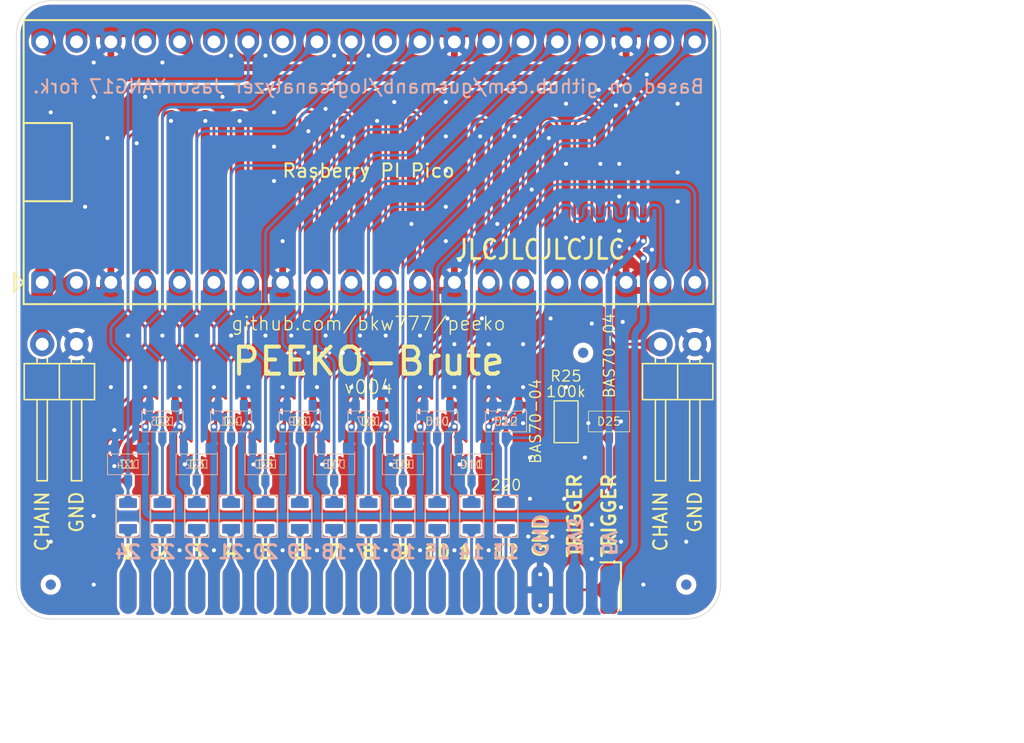
<source format=kicad_pcb>
(kicad_pcb (version 20240108) (generator "pcbnew") (generator_version "8.0")
  (title_block (title "PEEKO-Brute") (date "2024-10-06") (rev "004") (comment 1 "github.com/bkw777/peeko") (comment 2 "Based on github.com/gusmanb/logicanalyzer JasonYANG17 fork."))
  (layers (0 "F.Cu" signal "Top Layer") (31 "B.Cu" signal "Bottom Layer") (34 "B.Paste" user "Bottom Paste Mask Layer") (35 "F.Paste" user "Top Paste Mask Layer") (36 "B.SilkS" user "Bottom Silkscreen Layer") (37 "F.SilkS" user "Top Silkscreen Layer") (38 "B.Mask" user "Bottom Solder Mask Layer") (39 "F.Mask" user "Top Solder Mask Layer") (44 "Edge.Cuts" user "Edge.cuts"))
  (net 0 "")
  (net 1 "GND")
  (net 2 "+5V")
  (net 3 "/_CH0")
  (net 4 "+3V3")
  (net 5 "/_CH1")
  (net 6 "/_CH2")
  (net 7 "/_CH3")
  (net 8 "/_CH4")
  (net 9 "/_CH5")
  (net 10 "/_CH6")
  (net 11 "/_CH7")
  (net 12 "/_CH8")
  (net 13 "/_CH9")
  (net 14 "/_CH10")
  (net 15 "/_CH11")
  (net 16 "/_CH12")
  (net 17 "/_CH13")
  (net 18 "/_CH14")
  (net 19 "/_CH15")
  (net 20 "/_CH16")
  (net 21 "/_CH17")
  (net 22 "/_CH18")
  (net 23 "/_CH19")
  (net 24 "/_CH20")
  (net 25 "/_CH21")
  (net 26 "/_CH22")
  (net 27 "/_CH23")
  (net 28 "/TRIGGER")
  (net 29 "/CHAIN")
  (net 40 "/CH8")
  (net 41 "/CH0")
  (net 42 "/CH1")
  (net 43 "/CH6")
  (net 44 "/CH17")
  (net 45 "/CH16")
  (net 46 "/CH7")
  (net 47 "/CH4")
  (net 48 "/CH11")
  (net 49 "/CH15")
  (net 50 "/CH5")
  (net 51 "/CH3")
  (net 52 "/CH14")
  (net 53 "/CH20")
  (net 54 "/CH13")
  (net 55 "/CH10")
  (net 56 "/CH19")
  (net 57 "/CH21")
  (net 58 "/CH12")
  (net 59 "/CH22")
  (net 60 "/CH2")
  (net 61 "/CH18")
  (net 62 "/CH23")
  (net 63 "/CH9")
  (footprint "000_LOCAL:SC-59" (layer "F.Cu") (at 133.3145 117.0895 -90)
    (property "Reference" "D3")
    (property "Value" "BAS70-04")
  )
  (footprint "000_LOCAL:PinHeader_1x02_P2.54mm_Horizontal" (layer "F.Cu") (at 170.1445 108.1995 -90)
    (property "Reference" "J3" (hide yes))
    (property "Value" "Conn_01x02_Pin")
  )
  (footprint "000_LOCAL:dip-40-700-pi-pico" (layer "F.Cu") (at 146.014 94.7375 90)
    (property "Reference" "J1" (hide yes))
    (property "Value" "Rasberry PI Pico")
  )
  (footprint "000_LOCAL:Fiducial_1.5" (layer "F.Cu") (at 122.5195 125.9795)
    (property "Reference" "REF**" (hide yes))
    (property "Value" "Fiducial_1.5")
  )
  (footprint "000_LOCAL:R_0805" (layer "F.Cu") (at 146.0145 120.8995 -90)
    (property "Reference" "R8" (hide yes))
    (property "Value" "220" (hide yes))
  )
  (footprint "000_LOCAL:R_0805" (layer "F.Cu") (at 151.0945 120.8995 -90)
    (property "Reference" "R10" (hide yes))
    (property "Value" "220" (hide yes))
  )
  (footprint "000_LOCAL:SC-59" (layer "F.Cu") (at 143.4745 117.0895 -90)
    (property "Reference" "D7")
    (property "Value" "BAS70-04")
  )
  (footprint "000_LOCAL:R_0805" (layer "F.Cu") (at 128.2345 120.8995 -90)
    (property "Reference" "R1" (hide yes))
    (property "Value" "220" (hide yes))
  )
  (footprint "000_LOCAL:SC-59" (layer "F.Cu") (at 135.8545 113.9145 -90)
    (property "Reference" "D4")
    (property "Value" "BAS70-04")
  )
  (footprint "000_LOCAL:R_0805" (layer "F.Cu") (at 156.1745 120.8995 -90)
    (property "Reference" "R12" (hide yes))
    (property "Value" "220")
  )
  (footprint "000_LOCAL:IDC_02x15_2.54_THT_male_pcb_edge" (layer "F.Cu") (at 146.0145 128.5195 -90)
    (property "Reference" "J2" (hide yes))
    (property "Value" "Conn_02x15_Odd_Even" (hide yes))
  )
  (footprint "000_LOCAL:SC-59" (layer "F.Cu") (at 140.9345 113.9145 -90)
    (property "Reference" "D6")
    (property "Value" "BAS70-04")
  )
  (footprint "000_LOCAL:PEEKO-Brute_housing" (layer "F.Cu") (at 146.0145 105.6595)
    (property "Reference" "N1")
    (property "Value" "PEEKO-Brute Housing")
  )
  (footprint "000_LOCAL:SC-59" (layer "F.Cu") (at 138.3945 117.0895 -90)
    (property "Reference" "D5")
    (property "Value" "BAS70-04")
  )
  (footprint "000_LOCAL:R_0805" (layer "F.Cu") (at 130.7745 120.8995 -90)
    (property "Reference" "R2" (hide yes))
    (property "Value" "220" (hide yes))
  )
  (footprint "000_LOCAL:R_0805" (layer "F.Cu") (at 153.6345 120.8995 -90)
    (property "Reference" "R11" (hide yes))
    (property "Value" "220" (hide yes))
  )
  (footprint "000_LOCAL:Fiducial_1.5" (layer "F.Cu") (at 161.8895 108.8345)
    (property "Reference" "REF**" (hide yes))
    (property "Value" "Fiducial_1.5")
  )
  (footprint "000_LOCAL:R_0805" (layer "F.Cu") (at 133.3145 120.8995 -90)
    (property "Reference" "R3" (hide yes))
    (property "Value" "220" (hide yes))
  )
  (footprint "000_LOCAL:SC-59" (layer "F.Cu") (at 130.7745 113.9145 -90)
    (property "Reference" "D2")
    (property "Value" "BAS70-04")
  )
  (footprint "000_LOCAL:SC-59" (layer "F.Cu") (at 163.7945 113.9145 -90)
    (property "Reference" "D25")
    (property "Value" "BAS70-04")
  )
  (footprint "000_LOCAL:SC-59" (layer "F.Cu") (at 146.0145 113.9145 -90)
    (property "Reference" "D8")
    (property "Value" "BAS70-04")
  )
  (footprint "000_LOCAL:SC-59" (layer "F.Cu") (at 151.0945 113.9145 -90)
    (property "Reference" "D10")
    (property "Value" "BAS70-04")
  )
  (footprint "000_LOCAL:SC-59" (layer "F.Cu") (at 153.6345 117.0895 -90)
    (property "Reference" "D11")
    (property "Value" "BAS70-04")
  )
  (footprint "000_LOCAL:R_0805" (layer "F.Cu") (at 135.8545 120.8995 -90)
    (property "Reference" "R4" (hide yes))
    (property "Value" "220" (hide yes))
  )
  (footprint "000_LOCAL:SC-59" (layer "F.Cu") (at 156.1745 113.9145 -90)
    (property "Reference" "D12")
    (property "Value" "BAS70-04")
  )
  (footprint "000_LOCAL:Fiducial_1.5" (layer "F.Cu") (at 169.5095 125.9795)
    (property "Reference" "REF**" (hide yes))
    (property "Value" "Fiducial_1.5")
  )
  (footprint "000_LOCAL:R_0805" (layer "F.Cu") (at 160.6195 113.9145 -90)
    (property "Reference" "R25")
    (property "Value" "100k")
  )
  (footprint "000_LOCAL:R_0805" (layer "F.Cu") (at 138.3945 120.8995 -90)
    (property "Reference" "R5" (hide yes))
    (property "Value" "220" (hide yes))
  )
  (footprint "000_LOCAL:R_0805" (layer "F.Cu") (at 140.9345 120.8995 -90)
    (property "Reference" "R6" (hide yes))
    (property "Value" "220" (hide yes))
  )
  (footprint "000_LOCAL:R_0805" (layer "F.Cu") (at 148.5545 120.8995 -90)
    (property "Reference" "R9" (hide yes))
    (property "Value" "220" (hide yes))
  )
  (footprint "000_LOCAL:SC-59" (layer "F.Cu") (at 128.2345 117.0895 -90)
    (property "Reference" "D1")
    (property "Value" "BAS70-04" (hide yes))
  )
  (footprint "000_LOCAL:SC-59" (layer "F.Cu") (at 148.5545 117.0895 -90)
    (property "Reference" "D9")
    (property "Value" "BAS70-04")
  )
  (footprint "000_LOCAL:R_0805" (layer "F.Cu") (at 143.4745 120.8995 -90)
    (property "Reference" "R7" (hide yes))
    (property "Value" "220" (hide yes))
  )
  (footprint "000_LOCAL:PinHeader_1x02_P2.54mm_Horizontal" (layer "F.Cu") (at 124.4245 108.1995 -90)
    (property "Reference" "J4" (hide yes))
    (property "Value" "Conn_01x02_Pin")
  )
  (footprint "000_LOCAL:SC-59" (layer "B.Cu") (at 143.4745 117.0895 -90)
    (property "Reference" "D18")
    (property "Value" "BAS70-04")
  )
  (footprint "000_LOCAL:SC-59" (layer "B.Cu") (at 148.5545 117.0895 -90)
    (property "Reference" "D16")
    (property "Value" "BAS70-04")
  )
  (footprint "000_LOCAL:Fiducial_1.5" (layer "B.Cu") (at 122.5195 125.9795 180)
    (property "Reference" "REF**" (hide yes))
    (property "Value" "Fiducial_1.5")
  )
  (footprint "000_LOCAL:Fiducial_1.5" (layer "B.Cu") (at 161.8895 108.8345 180)
    (property "Reference" "REF**" (hide yes))
    (property "Value" "Fiducial_1.5")
  )
  (footprint "000_LOCAL:R_0805" (layer "B.Cu") (at 130.7745 120.8995 -90)
    (property "Reference" "R23" (hide yes))
    (property "Value" "220" (hide yes))
  )
  (footprint "000_LOCAL:SC-59" (layer "B.Cu") (at 135.8545 113.9145 -90)
    (property "Reference" "D21")
    (property "Value" "BAS70-04")
  )
  (footprint "000_LOCAL:SC-59" (layer "B.Cu") (at 156.1745 113.9145 -90)
    (property "Reference" "D13")
    (property "Value" "BAS70-04")
  )
  (footprint "000_LOCAL:R_0805" (layer "B.Cu") (at 151.0945 120.8995 -90)
    (property "Reference" "R15" (hide yes))
    (property "Value" "220" (hide yes))
  )
  (footprint "000_LOCAL:R_0805" (layer "B.Cu") (at 148.5545 120.8995 -90)
    (property "Reference" "R16" (hide yes))
    (property "Value" "220" (hide yes))
  )
  (footprint "000_LOCAL:R_0805" (layer "B.Cu") (at 146.0145 120.8995 -90)
    (property "Reference" "R17" (hide yes))
    (property "Value" "220" (hide yes))
  )
  (footprint "000_LOCAL:SC-59" (layer "B.Cu") (at 153.6345 117.0895 -90)
    (property "Reference" "D14")
    (property "Value" "BAS70-04")
  )
  (footprint "000_LOCAL:SC-59" (layer "B.Cu") (at 130.7745 113.9145 -90)
    (property "Reference" "D23")
    (property "Value" "BAS70-04")
  )
  (footprint "000_LOCAL:SC-59" (layer "B.Cu") (at 133.3145 117.0895 -90)
    (property "Reference" "D22")
    (property "Value" "BAS70-04")
  )
  (footprint "000_LOCAL:R_0805" (layer "B.Cu") (at 133.3145 120.8995 -90)
    (property "Reference" "R22" (hide yes))
    (property "Value" "220" (hide yes))
  )
  (footprint "000_LOCAL:R_0805" (layer "B.Cu") (at 143.4745 120.8995 -90)
    (property "Reference" "R18" (hide yes))
    (property "Value" "220" (hide yes))
  )
  (footprint "000_LOCAL:R_0805" (layer "B.Cu") (at 156.1745 120.8995 -90)
    (property "Reference" "R13" (hide yes))
    (property "Value" "220" (hide yes))
  )
  (footprint "000_LOCAL:Fiducial_1.5" (layer "B.Cu") (at 169.5095 125.9795 180)
    (property "Reference" "REF**" (hide yes))
    (property "Value" "Fiducial_1.5")
  )
  (footprint "000_LOCAL:SC-59" (layer "B.Cu") (at 146.0145 113.9145 -90)
    (property "Reference" "D17")
    (property "Value" "BAS70-04")
  )
  (footprint "000_LOCAL:SC-59" (layer "B.Cu") (at 128.2345 117.0895 -90)
    (property "Reference" "D24")
    (property "Value" "BAS70-04")
  )
  (footprint "000_LOCAL:R_0805" (layer "B.Cu") (at 128.2345 120.8995 -90)
    (property "Reference" "R24" (hide yes))
    (property "Value" "220" (hide yes))
  )
  (footprint "000_LOCAL:SC-59" (layer "B.Cu") (at 140.9345 113.9145 -90)
    (property "Reference" "D19")
    (property "Value" "BAS70-04")
  )
  (footprint "000_LOCAL:SC-59" (layer "B.Cu") (at 151.0945 113.9145 -90)
    (property "Reference" "D15")
    (property "Value" "BAS70-04")
  )
  (footprint "000_LOCAL:SC-59" (layer "B.Cu") (at 138.3945 117.0895 -90)
    (property "Reference" "D20")
    (property "Value" "BAS70-04")
  )
  (footprint "000_LOCAL:R_0805" (layer "B.Cu") (at 153.6345 120.8995 -90)
    (property "Reference" "R14" (hide yes))
    (property "Value" "220" (hide yes))
  )
  (footprint "000_LOCAL:R_0805" (layer "B.Cu") (at 138.3945 120.8995 -90)
    (property "Reference" "R20" (hide yes))
    (property "Value" "220" (hide yes))
  )
  (footprint "000_LOCAL:R_0805" (layer "B.Cu") (at 140.9345 120.8995 -90)
    (property "Reference" "R19" (hide yes))
    (property "Value" "220" (hide yes))
  )
  (footprint "000_LOCAL:R_0805" (layer "B.Cu") (at 135.8545 120.8995 -90)
    (property "Reference" "R21" (hide yes))
    (property "Value" "220" (hide yes))
  )
  (gr_arc (start 169.5095 82.7995) (mid 171.305551 83.543449) (end 172.0495 85.3395) (stroke (width 0.05)) (layer "Edge.Cuts"))
  (gr_line (start 172.0495 125.9795) (end 172.0495 85.3395) (stroke (width 0.05)) (layer "Edge.Cuts"))
  (gr_line (start 169.5095 82.7995) (end 122.5195 82.7995) (stroke (width 0.05)) (layer "Edge.Cuts"))
  (gr_line (start 119.9795 85.3395) (end 119.9795 125.9795) (stroke (width 0.05)) (layer "Edge.Cuts"))
  (gr_arc (start 172.0495 125.9795) (mid 171.305551 127.775551) (end 169.5095 128.5195) (stroke (width 0.05)) (layer "Edge.Cuts"))
  (gr_arc (start 119.9795 85.3395) (mid 120.723449 83.543449) (end 122.5195 82.7995) (stroke (width 0.05)) (layer "Edge.Cuts"))
  (gr_line (start 122.5195 128.5195) (end 169.5095 128.5195) (stroke (width 0.05)) (layer "Edge.Cuts"))
  (gr_arc (start 122.5195 128.5195) (mid 120.723449 127.775551) (end 119.9795 125.9795) (stroke (width 0.05)) (layer "Edge.Cuts"))
  (gr_text "23" (at 130.7745 123.5665 0) (layer "B.SilkS") (effects (font (size 1 1) (thickness 0.2) (bold yes)) (justify mirror)))
  (gr_text "${COMMENT2}\n" (at 146.0145 89.1495 0) (layer "B.SilkS") (effects (font (size 1 1)) (justify mirror)))
  (gr_text "3V3" (at 161.2545 123.9475 -90) (layer "B.SilkS") (effects (font (size 1 1) (thickness 0.2) (bold yes)) (justify left mirror)))
  (gr_text "13" (at 156.1745 123.5665 0) (layer "B.SilkS") (effects (font (size 1 1) (thickness 0.2) (bold yes)) (justify mirror)))
  (gr_text "20" (at 138.3945 123.5665 0) (layer "B.SilkS") (effects (font (size 1 1) (thickness 0.2) (bold yes)) (justify mirror)))
  (gr_text "19" (at 140.9345 123.5665 0) (layer "B.SilkS") (effects (font (size 1 1) (thickness 0.2) (bold yes)) (justify mirror)))
  (gr_text "22" (at 133.3145 123.5665 0) (layer "B.SilkS") (effects (font (size 1 1) (thickness 0.2) (bold yes)) (justify mirror)))
  (gr_text "24" (at 128.2345 123.5665 0) (layer "B.SilkS") (effects (font (size 1 1) (thickness 0.2) (bold yes)) (justify mirror)))
  (gr_text "15" (at 151.0945 123.5665 0) (layer "B.SilkS") (effects (font (size 1 1) (thickness 0.2) (bold yes)) (justify mirror)))
  (gr_text "16" (at 148.5545 123.5665 0) (layer "B.SilkS") (effects (font (size 1 1) (thickness 0.2) (bold yes)) (justify mirror)))
  (gr_text "5V" (at 163.7945 123.9475 -90) (layer "B.SilkS") (effects (font (size 1 1) (thickness 0.2) (bold yes)) (justify left mirror)))
  (gr_text "17" (at 146.0145 123.5665 0) (layer "B.SilkS") (effects (font (size 1 1) (thickness 0.2) (bold yes)) (justify mirror)))
  (gr_text "GND" (at 158.7145 123.9475 -90) (layer "B.SilkS") (effects (font (size 1 1) (thickness 0.2) (bold yes)) (justify left mirror)))
  (gr_text "18" (at 143.4745 123.5665 0) (layer "B.SilkS") (effects (font (size 1 1) (thickness 0.2) (bold yes)) (justify mirror)))
  (gr_text "21" (at 135.8545 123.5665 0) (layer "B.SilkS") (effects (font (size 1 1) (thickness 0.2) (bold yes)) (justify mirror)))
  (gr_text "14" (at 153.6345 123.5665 0) (layer "B.SilkS") (effects (font (size 1 1) (thickness 0.2) (bold yes)) (justify mirror)))
  (gr_text "${TITLE}" (at 146.0145 109.4695 0) (layer "F.SilkS") (effects (font (size 2 2) (thickness 0.3) (bold yes))))
  (gr_text "v${REVISION}" (at 146.0145 111.3745 0) (layer "F.SilkS") (effects (font (size 1 1) (thickness 0.1))))
  (gr_text "${COMMENT1}" (at 146.0145 106.6755 0) (layer "F.SilkS") (effects (font (size 1 1) (thickness 0.1))))
  (gr_text "CHAIN" (at 121.8845 118.9945 90) (layer "F.SilkS") (effects (font (size 1 1)) (justify right)))
  (gr_text "GND" (at 124.4245 118.9945 90) (layer "F.SilkS") (effects (font (size 1 1)) (justify right)))
  (gr_text "3" (at 133.3145 123.5665 0) (layer "F.SilkS") (effects (font (size 1 1) (thickness 0.2) (bold yes))))
  (gr_text "8" (at 146.0145 123.5665 0) (layer "F.SilkS") (effects (font (size 1 1) (thickness 0.2) (bold yes))))
  (gr_text "5" (at 138.3945 123.5665 0) (layer "F.SilkS") (effects (font (size 1 1) (thickness 0.2) (bold yes))))
  (gr_text "GND" (at 158.7145 124.0745 90) (layer "F.SilkS") (effects (font (size 1 1) (thickness 0.2) (bold yes)) (justify left)))
  (gr_text "11" (at 153.6345 123.5665 0) (layer "F.SilkS") (effects (font (size 1 1) (thickness 0.2) (bold yes))))
  (gr_text "TRIGGER" (at 163.7945 124.0745 90) (layer "F.SilkS") (effects (font (size 1 1) (thickness 0.2) (bold yes)) (justify left)))
  (gr_text "4" (at 135.8545 123.5665 0) (layer "F.SilkS") (effects (font (size 1 1) (thickness 0.2) (bold yes))))
  (gr_text "TRIGGER" (at 161.2545 124.0745 90) (layer "F.SilkS") (effects (font (size 1 1) (thickness 0.2) (bold yes)) (justify left)))
  (gr_text "CHAIN" (at 167.6045 118.9945 90) (layer "F.SilkS") (effects (font (size 1 1)) (justify right)))
  (gr_text "10" (at 151.0945 123.5665 0) (layer "F.SilkS") (effects (font (size 1 1) (thickness 0.2) (bold yes))))
  (gr_text "GND" (at 170.1445 118.9945 90) (layer "F.SilkS") (effects (font (size 1 1)) (justify right)))
  (gr_text "12" (at 156.1745 123.5665 0) (layer "F.SilkS") (effects (font (size 1 1) (thickness 0.2) (bold yes))))
  (gr_text "1" (at 128.2345 123.5665 0) (layer "F.SilkS") (effects (font (size 1 1) (thickness 0.2) (bold yes))))
  (gr_text "7" (at 143.4745 123.5665 0) (layer "F.SilkS") (effects (font (size 1 1) (thickness 0.2) (bold yes))))
  (gr_text "2" (at 130.7745 123.5665 0) (layer "F.SilkS") (effects (font (size 1 1) (thickness 0.2) (bold yes))))
  (gr_text "6" (at 140.9345 123.5665 0) (layer "F.SilkS") (effects (font (size 1 1) (thickness 0.2) (bold yes))))
  (gr_text "9" (at 148.5545 123.5665 0) (layer "F.SilkS") (effects (font (size 1 1) (thickness 0.2) (bold yes))))
  (gr_text "JLCJLCJLCJLC" (at 158.7145 101.2145 0) (layer "F.SilkS") (effects (font (size 1.4225 1.219) (thickness 0.203))))
  (via (at 169.5095 122.8045) (size 0.5) (drill 0.3) (layers "F.Cu" "B.Cu") (net 1))
  (via (at 149.8245 107.5645) (size 0.5) (drill 0.3) (layers "F.Cu" "B.Cu") (net 1))
  (via (at 130.7745 87.3715) (size 0.5) (drill 0.3) (layers "F.Cu" "B.Cu") (net 1))
  (via (at 156.8095 92.8325) (size 0.5) (drill 0.3) (layers "F.Cu" "B.Cu") (net 1))
  (via (at 164.6835 113.9145) (size 0.5) (drill 0.3) (layers "F.Cu" "B.Cu") (net 1))
  (via (at 132.0445 111.3745) (size 0.5) (drill 0.3) (layers "F.Cu" "B.Cu") (net 1))
  (via (at 160.6195 111.3745) (size 0.5) (drill 0.3) (layers "F.Cu" "B.Cu") (net 1))
  (via (at 126.7105 92.9595) (size 0.5) (drill 0.3) (layers "F.Cu" "B.Cu") (net 1))
  (via (at 162.0165 116.5815) (size 0.5) (drill 0.3) (layers "F.Cu" "B.Cu") (net 1))
  (via (at 144.7445 123.4395) (size 0.5) (drill 0.3) (layers "F.Cu" "B.Cu") (net 1))
  (via (at 128.8695 93.3405) (size 0.5) (drill 0.3) (layers "F.Cu" "B.Cu") (net 1))
  (via (at 162.2705 114.0415) (size 0.5) (drill 0.3) (layers "F.Cu" "B.Cu") (net 1))
  (via (at 157.9525 119.6295) (size 0.5) (drill 0.3) (layers "F.Cu" "B.Cu") (net 1))
  (via (at 133.3145 107.5645) (size 0.5) (drill 0.3) (layers "F.Cu" "B.Cu") (net 1))
  (via (at 137.1245 123.4395) (size 0.5) (drill 0.3) (layers "F.Cu" "B.Cu") (net 1))
  (via (at 144.7445 111.3745) (size 0.5) (drill 0.3) (layers "F.Cu" "B.Cu") (net 1))
  (via (at 145.3795 107.5645) (size 0.5) (drill 0.3) (layers "F.Cu" "B.Cu") (net 1))
  (via (at 130.7745 107.5645) (size 0.5) (drill 0.3) (layers "F.Cu" "B.Cu") (net 1))
  (via (at 162.5245 121.5345) (size 0.5) (drill 0.3) (layers "F.Cu" "B.Cu") (net 1))
  (via (at 158.0795 96.7695) (size 0.5) (drill 0.3) (layers "F.Cu" "B.Cu") (net 1))
  (via (at 164.6835 122.8045) (size 0.5) (drill 0.3) (layers "F.Cu" "B.Cu") (net 1))
  (via (at 164.5565 100.9605) (size 0.5) (drill 0.3) (layers "F.Cu" "B.Cu") (net 1))
  (via (at 163.1595 100.3255) (size 0.5) (drill 0.3) (layers "F.Cu" "B.Cu") (net 1))
  (via (at 135.8545 107.5645) (size 0.5) (drill 0.3) (layers "F.Cu" "B.Cu") (net 1))
  (via (at 164.6835 120.2645) (size 0.5) (drill 0.3) (layers "F.Cu" "B.Cu") (net 1))
  (via (at 152.7455 117.0895) (size 0.5) (drill 0.3) (layers "F.Cu" "B.Cu") (net 1))
  (via (at 151.7295 90.2925) (size 0.5) (drill 0.3) (layers "F.Cu" "B.Cu") (net 1))
  (via (at 152.3645 108.1995) (size 0.5) (drill 0.3) (layers "F.Cu" "B.Cu") (net 1))
  (via (at 155.5395 99.3095) (size 0.5) (drill 0.3) (layers "F.Cu" "B.Cu") (net 1))
  (via (at 168.8745 95.4995) (size 0.5) (drill 0.3) (layers "F.Cu" "B.Cu") (net 1))
  (via (at 161.8895 100.3255) (size 0.5) (drill 0.3) (layers "F.Cu" "B.Cu") (net 1))
  (via (at 125.0595 98.0395) (size 0.5) (drill 0.3) (layers "F.Cu" "B.Cu") (net 1))
  (via (at 138.3945 86.8635) (size 0.5) (drill 0.3) (layers "F.Cu" "B.Cu") (net 1))
  (via (at 139.0295 96.1345) (size 0.5) (drill 0.3) (layers "F.Cu" "B.Cu") (net 1))
  (via (at 149.8245 123.4395) (size 0.5) (drill 0.3) (layers "F.Cu" "B.Cu") (net 1))
  (via (at 127.2185 117.2165) (size 0.5) (drill 0.3) (layers "F.Cu" "B.Cu") (net 1))
  (via (at 135.2195 89.9115) (size 0.5) (drill 0.3) (layers "F.Cu" "B.Cu") (net 1))
  (via (at 164.3025 90.5465) (size 0.5) (drill 0.3) (layers "F.Cu" "B.Cu") (net 1))
  (via (at 146.6495 91.6895) (size 0.5) (drill 0.3) (layers "F.Cu" "B.Cu") (net 1))
  (via (at 136.4895 91.6895) (size 0.5) (drill 0.3) (layers "F.Cu" "B.Cu") (net 1))
  (via (at 163.1595 94.8645) (size 0.5) (drill 0.3) (layers "F.Cu" "B.Cu") (net 1))
  (via (at 139.0295 91.0545) (size 0.5) (drill 0.3) (layers "F.Cu" "B.Cu") (net 1))
  (via (at 154.9045 123.4395) (size 0.5) (drill 0.3) (layers "F.Cu" "B.Cu") (net 1))
  (via (at 151.7295 92.8325) (size 0.5) (drill 0.3) (layers "F.Cu" "B.Cu") (net 1))
  (via (at 157.4445 108.1995) (size 0.5) (drill 0.3) (layers "F.Cu" "B.Cu") (net 1))
  (via (at 158.7145 125.2175) (size 0.5) (drill 0.3) (layers "F.Cu" "B.Cu") (net 1))
  (via (at 142.2045 123.4395) (size 0.5) (drill 0.3) (layers "F.Cu" "B.Cu") (net 1))
  (via (at 144.1095 108.8345) (size 0.5) (drill 0.3) (layers "F.Cu" "B.Cu") (net 1))
  (via (at 133.9495 91.6895) (size 0.5) (drill 0.3) (layers "F.Cu" "B.Cu") (net 1))
  (via (at 125.6945 120.8995) (size 0.5) (drill 0.3) (layers "F.Cu" "B.Cu") (net 1))
  (via (at 126.9645 111.3745) (size 0.5) (drill 0.3) (layers "F.Cu" "B.Cu") (net 1))
  (via (at 151.7295 95.3725) (size 0.5) (drill 0.3) (layers "F.Cu" "B.Cu") (net 1))
  (via (at 163.0325 89.4035) (size 0.5) (drill 0.3) (layers "F.Cu" "B.Cu") (net 1))
  (via (at 139.6645 111.3745) (size 0.5) (drill 0.3) (layers "F.Cu" "B.Cu") (net 1))
  (via (at 154.9045 111.3745) (size 0.5) (drill 0.3) (layers "F.Cu" "B.Cu") (net 1))
  (via (at 162.5245 106.6755) (size 0.5) (drill 0.3) (layers "F.Cu" "B.Cu") (net 1))
  (via (at 152.3645 123.4395) (size 0.5) (drill 0.3) (layers "F.Cu" "B.Cu") (net 1))
  (via (at 125.6945 125.9795) (size 0.5) (drill 0.3) (layers "F.Cu" "B.Cu") (net 1))
  (via (at 149.8245 111.3745) (size 0.5) (drill 0.3) (layers "F.Cu" "B.Cu") (net 1))
  (via (at 164.5565 99.8175) (size 0.5) (drill 0.3) (layers "F.Cu" "B.Cu") (net 1))
  (via (at 142.8395 107.5645) (size 0.5) (drill 0.3) (layers "F.Cu" "B.Cu") (net 1))
  (via (at 122.5195 122.8045) (size 0.5) (drill 0.3) (layers "F.Cu" "B.Cu") (net 1))
  (via (at 139.6645 100.5795) (size 0.5) (drill 0.3) (layers "F.Cu" "B.Cu") (net 1))
  (via (at 132.4255 117.0895) (size 0.5) (drill 0.3) (layers "F.Cu" "B.Cu") (net 1))
  (via (at 134.5845 123.4395) (size 0.5) (drill 0.3) (layers "F.Cu" "B.Cu") (net 1))
  (via (at 160.6195 100.3255) (size 0.5) (drill 0.3) (layers "F.Cu" "B.Cu") (net 1))
  (via (at 135.8545 86.8635) (size 0.5) (drill 0.3) (layers "F.Cu" "B.Cu") (net 1))
  (via (at 164.5565 97.2775) (size 0.5) (drill 0.3) (layers "F.Cu" "B.Cu") (net 1))
  (via (at 149.1895 99.3095) (size 0.5) (drill 0.3) (layers "F.Cu" "B.Cu") (net 1))
  (via (at 142.2045 111.3745) (size 0.5) (drill 0.3) (layers "F.Cu" "B.Cu") (net 1))
  (via (at 168.8745 90.4195) (size 0.5) (drill 0.3) (layers "F.Cu" "B.Cu") (net 1))
  (via (at 147.2845 123.4395) (size 0.5) (drill 0.3) (layers "F.Cu" "B.Cu") (net 1))
  (via (at 159.4765 106.2945) (size 0.5) (drill 0.3) (layers "F.Cu" "B.Cu") (net 1))
  (via (at 141.5695 92.4515) (size 0.5) (drill 0.3) (layers "F.Cu" "B.Cu") (net 1))
  (via (at 151.8565 106.2945) (size 0.5) (drill 0.3) (layers "F.Cu" "B.Cu") (net 1))
  (via (at 143.4745 86.8635) (size 0.5) (drill 0.3) (layers "F.Cu" "B.Cu") (net 1))
  (via (at 168.8745 97.6585) (size 0.5) (drill 0.3) (layers "F.Cu" "B.Cu") (net 1))
  (via (at 152.7455 101.9765) (size 0.5) (drill 0.3) (layers "F.Cu" "B.Cu") (net 1))
  (via (at 139.0295 93.5945) (size 0.5) (drill 0.3) (layers "F.Cu" "B.Cu") (net 1))
  (via (at 129.5045 89.9115) (size 0.5) (drill 0.3) (layers "F.Cu" "B.Cu") (net 1))
  (via (at 154.2695 92.8325) (size 0.5) (drill 0.3) (layers "F.Cu" "B.Cu") (net 1))
  (via (at 134.5845 111.3745) (size 0.5) (drill 0.3) (layers "F.Cu" "B.Cu") (net 1))
  (via (at 147.2845 107.5645) (size 0.5) (drill 0.3) (layers "F.Cu" "B.Cu") (net 1))
  (via (at 147.9195 90.2925) (size 0.5) (drill 0.3) (layers "F.Cu" "B.Cu") (net 1))
  (via (at 160.6195 94.8645) (size 0.5) (drill 0.3) (layers "F.Cu" "B.Cu") (net 1))
  (via (at 160.6195 90.4195) (size 0.5) (drill 0.3) (layers "F.Cu" "B.Cu") (net 1))
  (via (at 127.2185 114.5495) (size 0.5) (drill 0.3) (layers "F.Cu" "B.Cu") (net 1))
  (via (at 166.5885 88.2605) (size 0.5) (drill 0.3) (layers "F.Cu" "B.Cu") (net 1))
  (via (at 144.1095 92.8325) (size 0.5) (drill 0.3) (layers "F.Cu" "B.Cu") (net 1))
  (via (at 157.4445 111.3745) (size 0.5) (drill 0.3) (layers "F.Cu" "B.Cu") (net 1))
  (via (at 142.5855 117.0895) (size 0.5) (drill 0.3) (layers "F.Cu" "B.Cu") (net 1))
  (via (at 137.1245 111.3745) (size 0.5) (drill 0.3) (layers "F.Cu" "B.Cu") (net 1))
  (via (at 146.0145 86.8635) (size 0.5) (drill 0.3) (layers "F.Cu" "B.Cu") (net 1))
  (via (at 122.5195 91.0545) (size 0.5) (drill 0.3) (layers "F.Cu" "B.Cu") (net 1))
  (via (at 151.7295 98.0395) (size 0.5) (drill 0.3) (layers "F.Cu" "B.Cu") (net 1))
  (via (at 129.5045 111.3745) (size 0.5) (drill 0.3) (layers "F.Cu" "B.Cu") (net 1))
  (via (at 125.6945 87.3715) (size 0.5) (drill 0.3) (layers "F.Cu" "B.Cu") (net 1))
  (via (at 151.7295 100.5795) (size 0.5) (drill 0.3) (layers "F.Cu" "B.Cu") (net 1))
  (via (at 137.5055 117.0895) (size 0.5) (drill 0.3) (layers "F.Cu" "B.Cu") (net 1))
  (via (at 159.6035 122.4235) (size 0.5) (drill 0.3) (layers "F.Cu" "B.Cu") (net 1))
  (via (at 131.4095 91.6895) (size 0.5) (drill 0.3) (layers "F.Cu" "B.Cu") (net 1))
  (via (at 154.3965 106.2945) (size 0.5) (drill 0.3) (layers "F.Cu" "B.Cu") (net 1))
  (via (at 157.4445 114.0415) (size 0.5) (drill 0.3) (layers "F.Cu" "B.Cu") (net 1))
  (via (at 160.4925 119.6295) (size 0.5) (drill 0.3) (layers "F.Cu" "B.Cu") (net 1))
  (via (at 154.9045 108.1995) (size 0.5) (drill 0.3) (layers "F.Cu" "B.Cu") (net 1))
  (via (at 128.2345 107.5645) (size 0.5) (drill 0.3) (layers "F.Cu" "B.Cu") (net 1))
  (via (at 142.8395 90.8005) (size 0.5) (drill 0.3) (layers "F.Cu" "B.Cu") (net 1))
  (via (at 147.6655 117.0895) (size 0.5) (drill 0.3) (layers "F.Cu" "B.Cu") (net 1))
  (via (at 141.5695 108.8345) (size 0.5) (drill 0.3) (layers "F.Cu" "B.Cu") (net 1))
  (via (at 132.0445 123.4395) (size 0.5) (drill 0.3) (layers "F.Cu" "B.Cu") (net 1))
  (via (at 152.3645 111.3745) (size 0.5) (drill 0.3) (layers "F.Cu" "B.Cu") (net 1))
  (via (at 138.3945 107.5645) (size 0.5) (drill 0.3) (layers "F.Cu" "B.Cu") (net 1))
  (via (at 139.6645 123.4395) (size 0.5) (drill 0.3) (layers "F.Cu" "B.Cu") (net 1))
  (via (at 157.9525 116.5815) (size 0.5) (drill 0.3) (layers "F.Cu" "B.Cu") (net 1))
  (via (at 166.3345 125.9795) (size 0.5) (drill 0.3) (layers "F.Cu" "B.Cu") (net 1))
  (via (at 157.8255 122.4235) (size 0.5) (drill 0.3) (layers "F.Cu" "B.Cu") (net 1))
  (via (at 158.7145 127.5035) (size 0.5) (drill 0.3) (layers "F.Cu" "B.Cu") (net 1))
  (via (at 140.2995 107.5645) (size 0.5) (drill 0.3) (layers "F.Cu" "B.Cu") (net 1))
  (via (at 164.5565 94.8645) (size 0.5) (drill 0.3) (layers "F.Cu" "B.Cu") (net 1))
  (via (at 159.3495 92.9595) (size 0.5) (drill 0.3) (layers "F.Cu" "B.Cu") (net 1))
  (via (at 164.8105 106.5485) (size 0.5) (drill 0.3) (layers "F.Cu" "B.Cu") (net 1))
  (via (at 166.9695 101.2145) (size 0.5) (drill 0.3) (layers "F.Cu" "B.Cu") (net 1))
  (via (at 125.6945 89.9115) (size 0.5) (drill 0.3) (layers "F.Cu" "B.Cu") (net 1))
  (via (at 162.5245 124.0745) (size 0.5) (drill 0.3) (layers "F.Cu" "B.Cu") (net 1))
  (via (at 147.2845 111.3745) (size 0.5) (drill 0.3) (layers "F.Cu" "B.Cu") (net 1))
  (segment (start 165.279607 90.253607) (end 163.833393 88.807393) (width 0.5) (layer "F.Cu") (net 2))
  (segment (start 163.126286 88.5145) (end 124.965214 88.5145) (width 0.5) (layer "F.Cu") (net 2))
  (segment (start 124.258107 88.221607) (end 121.884 85.8475) (width 0.5) (layer "F.Cu") (net 2))
  (segment (start 165.5725 100.673286) (end 165.5725 90.960714) (width 0.5) (layer "F.Cu") (net 2))
  (segment (start 166.3345 101.8495) (end 165.865393 101.380393) (width 0.5) (layer "F.Cu") (net 2))
  (via (at 166.3345 101.8495) (size 0.5) (drill 0.3) (layers "F.Cu" "B.Cu") (net 2))
  (arc (start 163.833393 88.807393) (mid 163.50897 88.59062) (end 163.126286 88.5145) (width 0.5) (layer "F.Cu") (net 2))
  (arc (start 124.965214 88.5145) (mid 124.582531 88.43838) (end 124.258107 88.221607) (width 0.5) (layer "F.Cu") (net 2))
  (arc (start 165.5725 100.673286) (mid 165.64862 101.055969) (end 165.865393 101.380393) (width 0.5) (layer "F.Cu") (net 2))
  (arc (start 165.279607 90.253607) (mid 165.49638 90.57803) (end 165.5725 90.960714) (width 0.5) (layer "F.Cu") (net 2))
  (segment (start 163.7945 126.3605) (end 163.7945 125.2175) (width 0.5) (layer "B.Cu") (net 2))
  (segment (start 165.992393 107.017607) (end 166.041607 106.968393) (width 0.5) (layer "B.Cu") (net 2))
  (segment (start 165.6995 122.898286) (end 165.6995 107.724714) (width 0.5) (layer "B.Cu") (net 2))
  (segment (start 163.7945 125.2175) (end 165.406607 123.605393) (width 0.5) (layer "B.Cu") (net 2))
  (segment (start 166.3345 106.261286) (end 166.3345 101.8495) (width 0.5) (layer "B.Cu") (net 2))
  (arc (start 166.3345 106.261286) (mid 166.25838 106.643969) (end 166.041607 106.968393) (width 0.5) (layer "B.Cu") (net 2))
  (arc (start 165.6995 122.898286) (mid 165.62338 123.280969) (end 165.406607 123.605393) (width 0.5) (layer "B.Cu") (net 2))
  (arc (start 165.6995 107.724714) (mid 165.77562 107.342031) (end 165.992393 107.017607) (width 0.5) (layer "B.Cu") (net 2))
  (segment (start 125.753487 114.617513) (end 128.2345 112.1365) (width 0.2) (layer "F.Cu") (net 3))
  (segment (start 125.5675 117.207474) (end 125.5675 115.066526) (width 0.2) (layer "F.Cu") (net 3))
  (segment (start 128.2345 112.1365) (end 128.2345 109.676607) (width 0.2) (layer "F.Cu") (net 3))
  (segment (start 129.5045 93.2295) (end 129.5045 103.627) (width 0.2) (layer "F.Cu") (net 3))
  (segment (start 128.2345 105.452393) (end 128.2345 93.2295) (width 0.2) (layer "F.Cu") (net 3))
  (segment (start 129.358053 106.783053) (end 128.380946 105.805946) (width 0.2) (layer "F.Cu") (net 3))
  (segment (start 126.200513 118.103513) (end 125.753487 117.656487) (width 0.2) (layer "F.Cu") (net 3))
  (segment (start 128.2345 118.2895) (end 126.649526 118.2895) (width 0.2) (layer "F.Cu") (net 3))
  (segment (start 128.380947 109.323053) (end 129.358054 108.345946) (width 0.2) (layer "F.Cu") (net 3))
  (segment (start 128.2345 119.9495) (end 128.2345 118.2895) (width 0.2) (layer "F.Cu") (net 3))
  (segment (start 129.5045 103.627) (end 129.504 103.6275) (width 0.2) (layer "F.Cu") (net 3))
  (segment (start 129.5045 107.992393) (end 129.5045 107.136607) (width 0.2) (layer "F.Cu") (net 3))
  (arc (start 125.5675 115.066526) (mid 125.615836 114.823522) (end 125.753487 114.617513) (width 0.2) (layer "F.Cu") (net 3))
  (arc (start 126.649526 118.2895) (mid 126.406522 118.241164) (end 126.200513 118.103513) (width 0.2) (layer "F.Cu") (net 3))
  (arc (start 128.2345 93.2295) (mid 128.420487 92.780487) (end 128.8695 92.5945) (width 0.2) (layer "F.Cu") (net 3))
  (arc (start 129.358054 108.345946) (mid 129.46644 108.183734) (end 129.5045 107.992393) (width 0.2) (layer "F.Cu") (net 3))
  (arc (start 129.5045 107.136607) (mid 129.46644 106.945265) (end 129.358053 106.783053) (width 0.2) (layer "F.Cu") (net 3))
  (arc (start 128.2345 109.676607) (mid 128.27256 109.485265) (end 128.380947 109.323053) (width 0.2) (layer "F.Cu") (net 3))
  (arc (start 125.753487 117.656487) (mid 125.615836 117.450478) (end 125.5675 117.207474) (width 0.2) (layer "F.Cu") (net 3))
  (arc (start 128.8695 92.5945) (mid 129.318513 92.780487) (end 129.5045 93.2295) (width 0.2) (layer "F.Cu") (net 3))
  (arc (start 128.2345 105.452393) (mid 128.27256 105.643734) (end 128.380946 105.805946) (width 0.2) (layer "F.Cu") (net 3))
  (segment (start 163.507286 87.7525) (end 134.363214 87.7525) (width 0.5) (layer "F.Cu") (net 4))
  (segment (start 139.9845 112.714499) (end 139.7915 112.907499) (width 0.2) (layer "F.Cu") (net 4))
  (segment (start 132.3645 115.889499) (end 132.1715 115.696499) (width 0.2) (layer "F.Cu") (net 4))
  (segment (start 142.3315 115.696499) (end 142.3315 114.4225) (width 0.2) (layer "F.Cu") (net 4))
  (segment (start 137.4445 115.889499) (end 137.2515 115.696499) (width 0.2) (layer "F.Cu") (net 4))
  (segment (start 133.656107 87.459607) (end 132.044 85.8475) (width 0.5) (layer "F.Cu") (net 4))
  (segment (start 166.3345 100.5795) (end 166.3345 90.579714) (width 0.5) (layer "F.Cu") (net 4))
  (segment (start 129.8245 112.714499) (end 129.6315 112.907499) (width 0.2) (layer "F.Cu") (net 4))
  (segment (start 149.9515 114.1685) (end 149.8245 114.2955) (width 0.2) (layer "F.Cu") (net 4))
  (segment (start 137.2515 115.696499) (end 137.2515 114.4225) (width 0.2) (layer "F.Cu") (net 4))
  (segment (start 155.0315 114.1685) (end 154.9045 114.2955) (width 0.2) (layer "F.Cu") (net 4))
  (segment (start 147.4115 114.4225) (end 147.2845 114.2955) (width 0.2) (layer "F.Cu") (net 4))
  (segment (start 129.5045 114.2955) (end 128.976184 114.2955) (width 0.2) (layer "F.Cu") (net 4))
  (segment (start 147.4115 115.696499) (end 147.4115 114.4225) (width 0.2) (layer "F.Cu") (net 4))
  (segment (start 142.5245 115.889499) (end 142.3315 115.696499) (width 0.2) (layer "F.Cu") (net 4))
  (segment (start 144.8715 114.1685) (end 144.7445 114.2955) (width 0.2) (layer "F.Cu") (net 4))
  (segment (start 132.1715 114.4225) (end 132.0445 114.2955) (width 0.2) (layer "F.Cu") (net 4))
  (segment (start 149.9515 112.907499) (end 149.9515 114.1685) (width 0.2) (layer "F.Cu") (net 4))
  (segment (start 134.9045 112.714499) (end 134.7115 112.907499) (width 0.2) (layer "F.Cu") (net 4))
  (segment (start 152.4915 114.4225) (end 152.3645 114.2955) (width 0.2) (layer "F.Cu") (net 4))
  (segment (start 134.7115 114.1685) (end 134.5845 114.2955) (width 0.2) (layer "F.Cu") (net 4))
  (segment (start 166.041607 89.872607) (end 164.214393 88.045393) (width 0.5) (layer "F.Cu") (net 4))
  (segment (start 150.1445 112.714499) (end 149.9515 112.907499) (width 0.2) (layer "F.Cu") (net 4))
  (segment (start 139.7915 112.907499) (end 139.7915 114.1685) (width 0.2) (layer "F.Cu") (net 4))
  (segment (start 129.6315 112.907499) (end 129.6315 114.1685) (width 0.2) (layer "F.Cu") (net 4))
  (segment (start 128.693341 114.412658) (end 127.2845 115.821499) (width 0.2) (layer "F.Cu") (net 4))
  (segment (start 132.1715 115.696499) (end 132.1715 114.4225) (width 0.2) (layer "F.Cu") (net 4))
  (segment (start 129.6315 114.1685) (end 129.5045 114.2955) (width 0.2) (layer "F.Cu") (net 4))
  (segment (start 147.6045 115.889499) (end 147.4115 115.696499) (width 0.2) (layer "F.Cu") (net 4))
  (segment (start 155.0315 112.907499) (end 155.0315 114.1685) (width 0.2) (layer "F.Cu") (net 4))
  (segment (start 142.3315 114.4225) (end 142.2045 114.2955) (width 0.2) (layer "F.Cu") (net 4))
  (segment (start 137.2515 114.4225) (end 137.1245 114.2955) (width 0.2) (layer "F.Cu") (net 4))
  (segment (start 152.6845 115.889499) (end 152.4915 115.696499) (width 0.2) (layer "F.Cu") (net 4))
  (segment (start 139.7915 114.1685) (end 139.6645 114.2955) (width 0.2) (layer "F.Cu") (net 4))
  (segment (start 155.2245 112.714499) (end 155.0315 112.907499) (width 0.2) (layer "F.Cu") (net 4))
  (segment (start 152.4915 115.696499) (end 152.4915 114.4225) (width 0.2) (layer "F.Cu") (net 4))
  (segment (start 127.2845 115.821499) (end 127.2845 115.889499) (width 0.2) (layer "F.Cu") (net 4))
  (segment (start 134.7115 112.907499) (end 134.7115 114.1685) (width 0.2) (layer "F.Cu") (net 4))
  (segment (start 145.0645 112.714499) (end 144.8715 112.907499) (width 0.2) (layer "F.Cu") (net 4))
  (segment (start 144.8715 112.907499) (end 144.8715 114.1685) (width 0.2) (layer "F.Cu") (net 4))
  (via (at 139.6645 114.2955) (size 0.5) (drill 0.3) (layers "F.Cu" "B.Cu") (net 4))
  (via (at 134.5845 114.2955) (size 0.5) (drill 0.3) (layers "F.Cu" "B.Cu") (net 4))
  (via (at 147.2845 114.2955) (size 0.5) (drill 0.3) (layers "F.Cu" "B.Cu") (net 4))
  (via (at 132.0445 114.2955) (size 0.5) (drill 0.3) (layers "F.Cu" "B.Cu") (net 4))
  (via (at 142.2045 114.2955) (size 0.5) (drill 0.3) (layers "F.Cu" "B.Cu") (net 4))
  (via (at 144.7445 114.2955) (size 0.5) (drill 0.3) (layers "F.Cu" "B.Cu") (net 4))
  (via (at 149.8245 114.2955) (size 0.5) (drill 0.3) (layers "F.Cu" "B.Cu") (net 4))
  (via (at 166.3345 100.5795) (size 0.5) (drill 0.3) (layers "F.Cu" "B.Cu") (net 4))
  (via (at 154.9045 114.2955) (size 0.5) (drill 0.3) (layers "F.Cu" "B.Cu") (net 4))
  (via (at 129.5045 114.2955) (size 0.5) (drill 0.3) (layers "F.Cu" "B.Cu") (net 4))
  (via (at 137.1245 114.2955) (size 0.5) (drill 0.3) (layers "F.Cu" "B.Cu") (net 4))
  (via (at 152.3645 114.2955) (size 0.5) (drill 0.3) (layers "F.Cu" "B.Cu") (net 4))
  (arc (start 164.214393 88.045393) (mid 163.88997 87.82862) (end 163.507286 87.7525) (width 0.5) (layer "F.Cu") (net 4))
  (arc (start 128.976184 114.2955) (mid 128.82311 114.325948) (end 128.693341 114.412658) (width 0.2) (layer "F.Cu") (net 4))
  (arc (start 166.3345 90.579714) (mid 166.25838 90.197031) (end 166.041607 89.872607) (width 0.5) (layer "F.Cu") (net 4))
  (arc (start 134.363214 87.7525) (mid 133.98053 87.67638) (end 133.656107 87.459607) (width 0.5) (layer "F.Cu") (net 4))
  (segment (start 146.922947 114.657053) (end 147.2845 114.2955) (width 0.5) (layer "B.Cu") (net 4))
  (segment (start 147.138053 119.229053) (end 146.922946 119.013946) (width 0.5) (layer "B.Cu") (net 4))
  (segment (start 152.218053 119.229053) (end 152.002946 119.013946) (width 0.5) (layer "B.Cu") (net 4))
  (segment (start 152.0445 112.714499) (end 152.2375 112.907499) (width 0.2) (layer "B.Cu") (net 4))
  (segment (start 131.898053 119.229053) (end 131.682946 119.013946) (width 0.5) (layer "B.Cu") (net 4))
  (segment (start 144.4245 115.8895) (end 144.7345 115.8895) (width 0.2) (layer "B.Cu") (net 4))
  (segment (start 154.9045 114.2955) (end 155.042948 114.2955) (width 0.2) (layer "B.Cu") (net 4))
  (segment (start 131.9175 112.907499) (end 131.9175 114.1685) (width 0.2) (layer "B.Cu") (net 4))
  (segment (start 156.164658 113.797342) (end 157.1245 112.8375) (width 0.2) (layer "B.Cu") (net 4))
  (segment (start 136.9975 112.907499) (end 136.9975 114.1685) (width 0.2) (layer "B.Cu") (net 4))
  (segment (start 161.2545 120.8995) (end 132.0445 120.8995) (width 0.5) (layer "B.Cu") (net 4))
  (segment (start 154.903634 120.9) (end 154.903634 115.8995) (width 0.5) (layer "B.Cu") (net 4))
  (segment (start 129.5045 115.8995) (end 129.5045 114.2955) (width 0.5) (layer "B.Cu") (net 4))
  (segment (start 154.5845 115.8895) (end 154.893634 115.8895) (width 0.2) (layer "B.Cu") (net 4))
  (segment (start 149.5045 115.8895) (end 149.7845 115.8895) (width 0.2) (layer "B.Cu") (net 4))
  (segment (start 147.1575 112.907499) (end 147.1575 114.1685) (width 0.2) (layer "B.Cu") (net 4))
  (segment (start 152.2375 112.907499) (end 152.2375 114.1685) (width 0.2) (layer "B.Cu") (net 4))
  (segment (start 147.2845 120.8995) (end 147.2845 119.582607) (width 0.5) (layer "B.Cu") (net 4))
  (segment (start 147.1575 114.1685) (end 147.2845 114.2955) (width 0.2) (layer "B.Cu") (net 4))
  (segment (start 131.682947 114.657053) (end 132.0445 114.2955) (width 0.5) (layer "B.Cu") (net 4))
  (segment (start 152.002947 114.657053) (end 152.3645 114.2955) (width 0.5) (layer "B.Cu") (net 4))
  (segment (start 134.5845 115.8995) (end 134.5845 114.2945) (width 0.5) (layer "B.Cu") (net 4))
  (segment (start 136.6165 118.660393) (end 136.6165 115.010607) (width 0.5) (layer "B.Cu") (net 4))
  (segment (start 161.2545 120.8995) (end 161.2545 126.3605) (width 0.5) (layer "B.Cu") (net 4))
  (segment (start 136.762947 114.657053) (end 137.1245 114.2955) (width 0.5) (layer "B.Cu") (net 4))
  (segment (start 144.7445 120.8985) (end 144.7445 115.8995) (width 0.5) (layer "B.Cu") (net 4))
  (segment (start 129.5045 120.3995) (end 129.5045 115.8995) (width 0.5) (layer "B.Cu") (net 4))
  (segment (start 139.6545 115.8895) (end 139.6645 115.8995) (width 0.2) (layer "B.Cu") (net 4))
  (segment (start 134.5845 120.8985) (end 134.5845 115.8995) (width 0.5) (layer "B.Cu") (net 4))
  (segment (start 149.8245 115.8495) (end 149.8245 114.2945) (width 0.5) (layer "B.Cu") (net 4))
  (segment (start 142.2045 120.8995) (end 142.2045 119.582607) (width 0.5) (layer "B.Cu") (net 4))
  (segment (start 134.5745 115.8895) (end 134.5845 115.8995) (width 0.2) (layer "B.Cu") (net 4))
  (segment (start 154.9045 114.2955) (end 155.168343 114.031657) (width 0.2) (layer "B.Cu") (net 4))
  (segment (start 136.978053 119.229053) (end 136.762946 119.013946) (width 0.5) (layer "B.Cu") (net 4))
  (segment (start 139.6645 115.8995) (end 139.6645 114.2955) (width 0.5) (layer "B.Cu") (net 4))
  (segment (start 129.4945 115.8895) (end 129.5045 115.8995) (width 0.2) (layer "B.Cu") (net 4))
  (segment (start 166.3345 100.5795) (end 163.940946 102.973054) (width 0.5) (layer "B.Cu") (net 4))
  (segment (start 146.7765 118.660393) (end 146.7765 115.010607) (width 0.5) (layer "B.Cu") (net 4))
  (segment (start 137.1245 120.8995) (end 137.1245 119.582607) (width 0.5) (layer "B.Cu") (net 4))
  (segment (start 152.2375 114.1685) (end 152.3645 114.2955) (width 0.2) (layer "B.Cu") (net 4))
  (segment (start 136.9975 114.1685) (end 137.1245 114.2955) (width 0.2) (layer "B.Cu") (net 4))
  (segment (start 149.7845 115.8895) (end 149.8245 115.8495) (width 0.2) (layer "B.Cu") (net 4))
  (segment (start 163.501607 118.652393) (end 161.2545 120.8995) (width 0.5) (layer "B.Cu") (net 4))
  (segment (start 134.2645 115.8895) (end 134.5745 115.8895) (width 0.2) (layer "B.Cu") (net 4))
  (segment (start 142.0775 112.907499) (end 142.0775 114.1685) (width 0.2) (layer "B.Cu") (net 4))
  (segment (start 131.7245 112.714499) (end 131.9175 112.907499) (width 0.2) (layer "B.Cu") (net 4))
  (segment (start 154.893634 115.8895) (end 154.903634 115.8995) (width 0.2) (layer "B.Cu") (net 4))
  (segment (start 157.1245 112.8375) (end 157.1245 112.714499) (width 0.2) (layer "B.Cu") (net 4))
  (segment (start 141.842947 114.657053) (end 142.2045 114.2955) (width 0.5) (layer "B.Cu") (net 4))
  (segment (start 142.058053 119.229053) (end 141.842946 119.013946) (width 0.5) (layer "B.Cu") (net 4))
  (segment (start 151.8565 118.660393) (end 151.8565 115.010607) (width 0.5) (layer "B.Cu") (net 4))
  (segment (start 131.9175 114.1685) (end 132.0445 114.2955) (width 0.2) (layer "B.Cu") (net 4))
  (segment (start 144.7445 115.8995) (end 144.7445 114.2945) (width 0.5) (layer "B.Cu") (net 4))
  (segment (start 155.451185 113.9145) (end 155.881815 113.9145) (width 0.2) (layer "B.Cu") (net 4))
  (segment (start 141.8845 112.714499) (end 142.0775 112.907499) (width 0.2) (layer "B.Cu") (net 4))
  (segment (start 152.3645 120.8995) (end 152.3645 119.582607) (width 0.5) (layer "B.Cu") (net 4))
  (segment (start 129.1845 115.8895) (end 129.4945 115.8895) (width 0.2) (layer "B.Cu") (net 4))
  (segment (start 163.7945 103.326607) (end 163.7945 117.945286) (width 0.5) (layer "B.Cu") (net 4))
  (segment (start 136.8045 112.714499) (end 136.9975 112.907499) (width 0.2) (layer "B.Cu") (net 4))
  (segment (start 132.0445 120.8995) (end 130.0045 120.8995) (width 0.5) (layer "B.Cu") (net 4))
  (segment (start 141.6965 118.660393) (end 141.6965 115.010607) (width 0.5) (layer "B.Cu") (net 4))
  (segment (start 144.7345 115.8895) (end 144.7445 115.8995) (width 0.2) (layer "B.Cu") (net 4))
  (segment (start 132.0445 120.8995) (end 132.0445 119.582607) (width 0.5) (layer "B.Cu") (net 4))
  (segment (start 146.9645 112.714499) (end 147.1575 112.907499) (width 0.2) (layer "B.Cu") (net 4))
  (segment (start 149.8245 120.8985) (end 149.8245 115.8495) (width 0.5) (layer "B.Cu") (net 4))
  (segment (start 131.5365 118.660393) (end 131.5365 115.010607) (width 0.5) (layer "B.Cu") (net 4))
  (segment (start 139.6645 120.8995) (end 139.6645 115.8995) (width 0.5) (layer "B.Cu") (net 4))
  (segment (start 142.0775 114.1685) (end 142.2045 114.2955) (width 0.2) (layer "B.Cu") (net 4))
  (segment (start 139.3445 115.8895) (end 139.6545 115.8895) (width 0.2) (layer "B.Cu") (net 4))
  (segment (start 154.903634 115.8995) (end 154.903634 114.296) (width 0.5) (layer "B.Cu") (net 4))
  (arc (start 155.451185 113.9145) (mid 155.298112 113.944948) (end 155.168343 114.031657) (width 0.2) (layer "B.Cu") (net 4))
  (arc (start 131.5365 118.660393) (mid 131.57456 118.851734) (end 131.682946 119.013946) (width 0.5) (layer "B.Cu") (net 4))
  (arc (start 142.2045 119.582607) (mid 142.16644 119.391265) (end 142.058053 119.229053) (width 0.5) (layer "B.Cu") (net 4))
  (arc (start 163.940946 102.973054) (mid 163.83256 103.135266) (end 163.7945 103.326607) (width 0.5) (layer "B.Cu") (net 4))
  (arc (start 152.002947 114.657053) (mid 151.89456 114.819265) (end 151.8565 115.010607) (width 0.5) (layer "B.Cu") (net 4))
  (arc (start 163.7945 117.945286) (mid 163.71838 118.327969) (end 163.501607 118.652393) (width 0.5) (layer "B.Cu") (net 4))
  (arc (start 146.922947 114.657053) (mid 146.81456 114.819265) (end 146.7765 115.010607) (width 0.5) (layer "B.Cu") (net 4))
  (arc (start 141.6965 118.660393) (mid 141.73456 118.851734) (end 141.842946 119.013946) (width 0.5) (layer "B.Cu") (net 4))
  (arc (start 136.978053 119.229053) (mid 137.08644 119.391265) (end 137.1245 119.582607) (width 0.5) (layer "B.Cu") (net 4))
  (arc (start 131.898053 119.229053) (mid 132.00644 119.391265) (end 132.0445 119.582607) (width 0.5) (layer "B.Cu") (net 4))
  (arc (start 136.6165 115.010607) (mid 136.65456 114.819265) (end 136.762947 114.657053) (width 0.5) (layer "B.Cu") (net 4))
  (arc (start 152.218053 119.229053) (mid 152.32644 119.391265) (end 152.3645 119.582607) (width 0.5) (layer "B.Cu") (net 4))
  (arc (start 146.7765 118.660393) (mid 146.81456 118.851734) (end 146.922946 119.013946) (width 0.5) (layer "B.Cu") (net 4))
  (arc (start 136.762946 119.013946) (mid 136.65456 118.851734) (end 136.6165 118.660393) (width 0.5) (layer "B.Cu") (net 4))
  (arc (start 131.5365 115.010607) (mid 131.57456 114.819265) (end 131.682947 114.657053) (width 0.5) (layer "B.Cu") (net 4))
  (arc (start 155.881815 113.9145) (mid 156.034889 113.884052) (end 156.164658 113.797342) (width 0.2) (layer "B.Cu") (net 4))
  (arc (start 141.842947 114.657053) (mid 141.73456 114.819265) (end 141.6965 115.010607) (width 0.5) (layer "B.Cu") (net 4))
  (arc (start 152.002946 119.013946) (mid 151.89456 118.851734) (end 151.8565 118.660393) (width 0.5) (layer "B.Cu") (net 4))
  (arc (start 130.0045 120.8995) (mid 129.650947 120.753053) (end 129.5045 120.3995) (width 0.5) (layer "B.Cu") (net 4))
  (arc (start 147.2845 119.582607) (mid 147.24644 119.391265) (end 147.138053 119.229053) (width 0.5) (layer "B.Cu") (net 4))
  (segment (start 130.920947 109.323053) (end 131.898054 108.345946) (width 0.2) (layer "F.Cu") (net 5))
  (segment (start 131.898053 106.783053) (end 130.920446 105.805446) (width 0.2) (layer "F.Cu") (net 5))
  (segment (start 130.7745 115.1145) (end 130.7745 119.9495) (width 0.2) (layer "F.Cu") (net 5))
  (segment (start 132.0445 107.992393) (end 132.0445 107.136607) (width 0.2) (layer "F.Cu") (net 5))
  (segment (start 132.044 91.6195) (end 132.044 103.6275) (width 0.2) (layer "F.Cu") (net 5))
  (segment (start 130.774 105.451893) (end 130.774 91.6195) (width 0.2) (layer "F.Cu") (net 5))
  (segment (start 130.7745 115.1145) (end 130.7745 109.676607) (width 0.2) (layer "F.Cu") (net 5))
  (arc (start 130.7745 109.676607) (mid 130.81256 109.485265) (end 130.920947 109.323053) (width 0.2) (layer "F.Cu") (net 5))
  (arc (start 130.774 91.6195) (mid 130.959987 91.170487) (end 131.409 90.9845) (width 0.2) (layer "F.Cu") (net 5))
  (arc (start 130.920446 105.805446) (mid 130.81206 105.643234) (end 130.774 105.451893) (width 0.2) (layer "F.Cu") (net 5))
  (arc (start 132.0445 107.136607) (mid 132.00644 106.945265) (end 131.898053 106.783053) (width 0.2) (layer "F.Cu") (net 5))
  (arc (start 132.044 91.6195) (mid 131.858013 91.170487) (end 131.409 90.9845) (width 0.2) (layer "F.Cu") (net 5))
  (arc (start 131.898054 108.345946) (mid 132.00644 108.183734) (end 132.0445 107.992393) (width 0.2) (layer "F.Cu") (net 5))
  (segment (start 134.5845 107.992393) (end 134.5845 107.136607) (width 0.2) (layer "F.Cu") (net 6))
  (segment (start 133.314 105.451893) (end 133.314 91.6195) (width 0.2) (layer "F.Cu") (net 6))
  (segment (start 133.3145 109.676607) (end 133.3145 118.2895) (width 0.2) (layer "F.Cu") (net 6))
  (segment (start 133.3145 118.2895) (end 133.3145 119.9495) (width 0.2) (layer "F.Cu") (net 6))
  (segment (start 133.460947 109.323053) (end 134.438054 108.345946) (width 0.2) (layer "F.Cu") (net 6))
  (segment (start 134.584 91.6195) (end 134.584 103.6275) (width 0.2) (layer "F.Cu") (net 6))
  (segment (start 134.438053 106.783053) (end 133.460446 105.805446) (width 0.2) (layer "F.Cu") (net 6))
  (arc (start 133.314 91.6195) (mid 133.499987 91.170487) (end 133.949 90.9845) (width 0.2) (layer "F.Cu") (net 6))
  (arc (start 134.584 91.6195) (mid 134.398013 91.170487) (end 133.949 90.9845) (width 0.2) (layer "F.Cu") (net 6))
  (arc (start 133.460947 109.323053) (mid 133.35256 109.485265) (end 133.3145 109.676607) (width 0.2) (layer "F.Cu") (net 6))
  (arc (start 133.460446 105.805446) (mid 133.35206 105.643234) (end 133.314 105.451893) (width 0.2) (layer "F.Cu") (net 6))
  (arc (start 134.438053 106.783053) (mid 134.54644 106.945265) (end 134.5845 107.136607) (width 0.2) (layer "F.Cu") (net 6))
  (arc (start 134.438054 108.345946) (mid 134.54644 108.183734) (end 134.5845 107.992393) (width 0.2) (layer "F.Cu") (net 6))
  (segment (start 135.8545 115.1145) (end 135.8545 119.9495) (width 0.2) (layer "F.Cu") (net 7))
  (segment (start 136.000447 105.805447) (end 136.976108 106.781108) (width 0.2) (layer "F.Cu") (net 7))
  (segment (start 137.1245 103.627) (end 137.124 103.6275) (width 0.2) (layer "F.Cu") (net 7))
  (segment (start 135.8545 109.676607) (end 135.8545 115.1145) (width 0.2) (layer "F.Cu") (net 7))
  (segment (start 135.854 91.6195) (end 135.854 105.451893) (width 0.2) (layer "F.Cu") (net 7))
  (segment (start 136.978054 108.345946) (end 136.000947 109.323053) (width 0.2) (layer "F.Cu") (net 7))
  (segment (start 137.122554 107.134661) (end 137.122554 108.057963) (width 0.2) (layer "F.Cu") (net 7))
  (segment (start 137.124 103.6275) (end 137.124 91.6195) (width 0.2) (layer "F.Cu") (net 7))
  (arc (start 137.122554 108.057963) (mid 137.072935 108.213537) (end 136.978054 108.345946) (width 0.2) (layer "F.Cu") (net 7))
  (arc (start 137.124 91.6195) (mid 136.938013 91.170487) (end 136.489 90.9845) (width 0.2) (layer "F.Cu") (net 7))
  (arc (start 136.000947 109.323053) (mid 135.89256 109.485265) (end 135.8545 109.676607) (width 0.2) (layer "F.Cu") (net 7))
  (arc (start 136.489 90.9845) (mid 136.039987 91.170487) (end 135.854 91.6195) (width 0.2) (layer "F.Cu") (net 7))
  (arc (start 135.854 105.451893) (mid 135.89206 105.643235) (end 136.000447 105.805447) (width 0.2) (layer "F.Cu") (net 7))
  (arc (start 137.122554 107.134661) (mid 137.084494 106.94332) (end 136.976108 106.781108) (width 0.2) (layer "F.Cu") (net 7))
  (segment (start 138.3945 118.2895) (end 138.3945 119.9495) (width 0.2) (layer "F.Cu") (net 8))
  (segment (start 140.9345 108.017793) (end 140.9345 91.6387) (width 0.2) (layer "F.Cu") (net 8))
  (segment (start 138.3945 118.2895) (end 138.3945 110.972007) (width 0.2) (layer "F.Cu") (net 8))
  (segment (start 142.204 91.6382) (end 142.204 103.6275) (width 0.2) (layer "F.Cu") (net 8))
  (segment (start 138.540947 110.618453) (end 140.788054 108.371346) (width 0.2) (layer "F.Cu") (net 8))
  (arc (start 138.3945 110.972007) (mid 138.43256 110.780665) (end 138.540947 110.618453) (width 0.2) (layer "F.Cu") (net 8))
  (arc (start 140.9345 91.6387) (mid 141.120487 91.189687) (end 141.5695 91.0037) (width 0.2) (layer "F.Cu") (net 8))
  (arc (start 141.5695 91.0037) (mid 142.018159 91.189541) (end 142.204 91.6382) (width 0.2) (layer "F.Cu") (net 8))
  (arc (start 140.788054 108.371346) (mid 140.89644 108.209134) (end 140.9345 108.017793) (width 0.2) (layer "F.Cu") (net 8))
  (segment (start 140.9345 115.1145) (end 140.9345 119.9495) (width 0.2) (layer "F.Cu") (net 9))
  (segment (start 143.4745 108.017793) (end 143.4745 91.6387) (width 0.2) (layer "F.Cu") (net 9))
  (segment (start 141.080947 110.618453) (end 143.328054 108.371346) (width 0.2) (layer "F.Cu") (net 9))
  (segment (start 144.744 91.6392) (end 144.744 103.6275) (width 0.2) (layer "F.Cu") (net 9))
  (segment (start 144.7445 91.6387) (end 144.744 91.6392) (width 0.2) (layer "F.Cu") (net 9))
  (segment (start 140.9345 115.1145) (end 140.9345 110.972007) (width 0.2) (layer "F.Cu") (net 9))
  (arc (start 144.1095 91.0037) (mid 144.558513 91.189687) (end 144.7445 91.6387) (width 0.2) (layer "F.Cu") (net 9))
  (arc (start 143.4745 91.6387) (mid 143.660487 91.189687) (end 144.1095 91.0037) (width 0.2) (layer "F.Cu") (net 9))
  (arc (start 143.328054 108.371346) (mid 143.43644 108.209134) (end 143.4745 108.017793) (width 0.2) (layer "F.Cu") (net 9))
  (arc (start 140.9345 110.972007) (mid 140.97256 110.780665) (end 141.080947 110.618453) (width 0.2) (layer "F.Cu") (net 9))
  (segment (start 147.2845 91.6387) (end 147.284 91.6392) (width 0.2) (layer "F.Cu") (net 10))
  (segment (start 146.0145 108.017793) (end 146.0145 91.6387) (width 0.2) (layer "F.Cu") (net 10))
  (segment (start 143.4745 118.2895) (end 143.4745 110.972007) (width 0.2) (layer "F.Cu") (net 10))
  (segment (start 147.284 103.6265) (end 147.2845 103.627) (width 0.2) (layer "F.Cu") (net 10))
  (segment (start 147.284 91.6392) (end 147.284 103.6265) (width 0.2) (layer "F.Cu") (net 10))
  (segment (start 143.4745 118.2895) (end 143.4745 119.9495) (width 0.2) (layer "F.Cu") (net 10))
  (segment (start 143.620947 110.618453) (end 145.868054 108.371346) (width 0.2) (layer "F.Cu") (net 10))
  (arc (start 146.0145 91.6387) (mid 146.200487 91.189687) (end 146.6495 91.0037) (width 0.2) (layer "F.Cu") (net 10))
  (arc (start 145.868054 108.371346) (mid 145.97644 108.209134) (end 146.0145 108.017793) (width 0.2) (layer "F.Cu") (net 10))
  (arc (start 146.6495 91.0037) (mid 147.098513 91.189687) (end 147.2845 91.6387) (width 0.2) (layer "F.Cu") (net 10))
  (arc (start 143.4745 110.972007) (mid 143.51256 110.780665) (end 143.620947 110.618453) (width 0.2) (layer "F.Cu") (net 10))
  (segment (start 146.0145 115.1145) (end 146.0145 110.972007) (width 0.2) (layer "F.Cu") (net 11))
  (segment (start 149.8245 91.6387) (end 149.8245 103.627) (width 0.2) (layer "F.Cu") (net 11))
  (segment (start 146.0145 115.1145) (end 146.0145 119.9495) (width 0.2) (layer "F.Cu") (net 11))
  (segment (start 146.160947 110.618453) (end 148.408054 108.371346) (width 0.2) (layer "F.Cu") (net 11))
  (segment (start 148.5545 108.017793) (end 148.5545 91.6387) (width 0.2) (layer "F.Cu") (net 11))
  (segment (start 149.8245 103.627) (end 149.824 103.6275) (width 0.2) (layer "F.Cu") (net 11))
  (arc (start 148.5545 91.6387) (mid 148.740487 91.189687) (end 149.1895 91.0037) (width 0.2) (layer "F.Cu") (net 11))
  (arc (start 146.0145 110.972007) (mid 146.05256 110.780665) (end 146.160947 110.618453) (width 0.2) (layer "F.Cu") (net 11))
  (arc (start 148.408054 108.371346) (mid 148.51644 108.209134) (end 148.5545 108.017793) (width 0.2) (layer "F.Cu") (net 11))
  (arc (start 149.1895 91.0037) (mid 149.638513 91.189687) (end 149.8245 91.6387) (width 0.2) (layer "F.Cu") (net 11))
  (segment (start 154.904 92.16) (end 154.904 103.6275) (width 0.2) (layer "F.Cu") (net 12))
  (segment (start 154.904 103.6275) (end 154.9045 103.627) (width 0.2) (layer "F.Cu") (net 12))
  (segment (start 148.5545 118.2895) (end 148.5545 119.9495) (width 0.2) (layer "F.Cu") (net 12))
  (segment (start 148.5545 110.972007) (end 148.5545 118.2895) (width 0.2) (layer "F.Cu") (net 12))
  (segment (start 153.6345 105.421874) (end 153.6345 92.1595) (width 0.2) (layer "F.Cu") (net 12))
  (segment (start 148.700947 110.618453) (end 153.448513 105.870887) (width 0.2) (layer "F.Cu") (net 12))
  (segment (start 154.9045 92.1595) (end 154.904 92.16) (width 0.2) (layer "F.Cu") (net 12))
  (arc (start 153.448513 105.870887) (mid 153.586164 105.664878) (end 153.6345 105.421874) (width 0.2) (layer "F.Cu") (net 12))
  (arc (start 148.5545 110.972007) (mid 148.59256 110.780665) (end 148.700947 110.618453) (width 0.2) (layer "F.Cu") (net 12))
  (arc (start 154.2695 91.5245) (mid 154.718513 91.710487) (end 154.9045 92.1595) (width 0.2) (layer "F.Cu") (net 12))
  (arc (start 153.6345 92.1595) (mid 153.820487 91.710487) (end 154.2695 91.5245) (width 0.2) (layer "F.Cu") (net 12))
  (segment (start 157.444 92.16) (end 157.444 103.6275) (width 0.2) (layer "F.Cu") (net 13))
  (segment (start 151.0945 115.1145) (end 151.0945 110.972007) (width 0.2) (layer "F.Cu") (net 13))
  (segment (start 151.0945 115.1145) (end 151.0945 119.9495) (width 0.2) (layer "F.Cu") (net 13))
  (segment (start 156.1745 105.421874) (end 156.1745 92.1595) (width 0.2) (layer "F.Cu") (net 13))
  (segment (start 151.240947 110.618453) (end 155.988513 105.870887) (width 0.2) (layer "F.Cu") (net 13))
  (segment (start 157.4445 92.1595) (end 157.444 92.16) (width 0.2) (layer "F.Cu") (net 13))
  (arc (start 151.0945 110.972007) (mid 151.13256 110.780665) (end 151.240947 110.618453) (width 0.2) (layer "F.Cu") (net 13))
  (arc (start 156.8095 91.5245) (mid 157.258513 91.710487) (end 157.4445 92.1595) (width 0.2) (layer "F.Cu") (net 13))
  (arc (start 156.1745 92.1595) (mid 156.360487 91.710487) (end 156.8095 91.5245) (width 0.2) (layer "F.Cu") (net 13))
  (arc (start 155.988513 105.870887) (mid 156.126164 105.664878) (end 156.1745 105.421874) (width 0.2) (layer "F.Cu") (net 13))
  (segment (start 159.9845 103.627) (end 159.984 103.6275) (width 0.2) (layer "F.Cu") (net 14))
  (segment (start 153.780947 110.618453) (end 158.528513 105.870887) (width 0.2) (layer "F.Cu") (net 14))
  (segment (start 158.7145 105.421874) (end 158.7145 92.1467) (width 0.2) (layer "F.Cu") (net 14))
  (segment (start 153.6345 119.9495) (end 153.6345 118.2895) (width 0.2) (layer "F.Cu") (net 14))
  (segment (start 159.9845 92.1467) (end 159.9845 103.627) (width 0.2) (layer "F.Cu") (net 14))
  (segment (start 153.6345 118.2895) (end 153.6345 110.972007) (width 0.2) (layer "F.Cu") (net 14))
  (arc (start 158.7145 92.1467) (mid 158.900487 91.697687) (end 159.3495 91.5117) (width 0.2) (layer "F.Cu") (net 14))
  (arc (start 153.6345 110.972007) (mid 153.67256 110.780665) (end 153.780947 110.618453) (width 0.2) (layer "F.Cu") (net 14))
  (arc (start 158.528513 105.870887) (mid 158.666164 105.664878) (end 158.7145 105.421874) (width 0.2) (layer "F.Cu") (net 14))
  (arc (start 159.3495 91.5117) (mid 159.798513 91.697687) (end 159.9845 92.1467) (width 0.2) (layer "F.Cu") (net 14))
  (segment (start 162.5245 92.1585) (end 162.5245 103.627) (width 0.2) (layer "F.Cu") (net 15))
  (segment (start 156.1745 115.1135) (end 156.1745 110.971007) (width 0.2) (layer "F.Cu") (net 15))
  (segment (start 156.320947 110.617453) (end 161.068513 105.869887) (width 0.2) (layer "F.Cu") (net 15))
  (segment (start 162.5245 103.627) (end 162.524 103.6275) (width 0.2) (layer "F.Cu") (net 15))
  (segment (start 161.2545 105.420874) (end 161.2545 92.1585) (width 0.2) (layer "F.Cu") (net 15))
  (segment (start 156.1745 115.1145) (end 156.1745 119.9495) (width 0.2) (layer "F.Cu") (net 15))
  (arc (start 156.1745 110.971007) (mid 156.21256 110.779665) (end 156.320947 110.617453) (width 0.2) (layer "F.Cu") (net 15))
  (arc (start 161.068513 105.869887) (mid 161.206164 105.663878) (end 161.2545 105.420874) (width 0.2) (layer "F.Cu") (net 15))
  (arc (start 161.2545 92.1585) (mid 161.440487 91.709487) (end 161.8895 91.5235) (width 0.2) (layer "F.Cu") (net 15))
  (arc (start 161.8895 91.5235) (mid 162.338513 91.709487) (end 162.5245 92.1585) (width 0.2) (layer "F.Cu") (net 15))
  (segment (start 164.2965 98.538151) (end 164.2965 98.3125) (width 0.2) (layer "B.Cu") (net 16))
  (segment (start 160.248343 98.029657) (end 158.831658 99.446342) (width 0.2) (layer "B.Cu") (net 16))
  (segment (start 166.6965 98.3125) (end 166.6965 98.538151) (width 0.2) (layer "B.Cu") (net 16))
  (segment (start 156.1745 119.9495) (end 156.1745 115.1145) (width 0.2) (layer "B.Cu") (net 16))
  (segment (start 162.6965 98.538166) (end 162.6965 98.3125) (width 0.2) (layer "B.Cu") (net 16))
  (segment (start 161.0965 98.538151) (end 161.0965 98.3125) (width 0.2) (layer "B.Cu") (net 16))
  (segment (start 163.4965 98.3125) (end 163.4965 98.538166) (width 0.2) (layer "B.Cu") (net 16))
  (segment (start 158.7145 99.729185) (end 158.7145 114.7145) (width 0.2) (layer "B.Cu") (net 16))
  (segment (start 158.3145 115.1145) (end 156.1745 115.1145) (width 0.2) (layer "B.Cu") (net 16))
  (segment (start 160.6195 97.9125) (end 160.531185 97.9125) (width 0.2) (layer "B.Cu") (net 16))
  (segment (start 161.8965 98.3125) (end 161.8965 98.538151) (width 0.2) (layer "B.Cu") (net 16))
  (segment (start 165.0965 98.3125) (end 165.0965 98.538151) (width 0.2) (layer "B.Cu") (net 16))
  (segment (start 167.604 103.6275) (end 167.604 98.3125) (width 0.2) (layer "B.Cu") (net 16))
  (segment (start 160.6965 97.9125) (end 160.6195 97.9125) (width 0.2) (layer "B.Cu") (net 16))
  (segment (start 167.204 97.9125) (end 167.0965 97.9125) (width 0.2) (layer "B.Cu") (net 16))
  (segment (start 165.8965 98.538151) (end 165.8965 98.3125) (width 0.2) (layer "B.Cu") (net 16))
  (arc (start 161.8965 98.538151) (mid 161.779343 98.820994) (end 161.4965 98.938151) (width 0.2) (layer "B.Cu") (net 16))
  (arc (start 158.7145 114.7145) (mid 158.597343 114.997343) (end 158.3145 115.1145) (width 0.2) (layer "B.Cu") (net 16))
  (arc (start 162.2965 97.9125) (mid 162.013657 98.029657) (end 161.8965 98.3125) (width 0.2) (layer "B.Cu") (net 16))
  (arc (start 167.604 98.3125) (mid 167.486843 98.029657) (end 167.204 97.9125) (width 0.2) (layer "B.Cu") (net 16))
  (arc (start 161.0965 98.3125) (mid 160.979343 98.029657) (end 160.6965 97.9125) (width 0.2) (layer "B.Cu") (net 16))
  (arc (start 158.831658 99.446342) (mid 158.744949 99.576111) (end 158.7145 99.729185) (width 0.2) (layer "B.Cu") (net 16))
  (arc (start 165.8965 98.3125) (mid 165.779343 98.029657) (end 165.4965 97.9125) (width 0.2) (layer "B.Cu") (net 16))
  (arc (start 164.2965 98.3125) (mid 164.179343 98.029657) (end 163.8965 97.9125) (width 0.2) (layer "B.Cu") (net 16))
  (arc (start 164.6965 98.938151) (mid 164.413657 98.820994) (end 164.2965 98.538151) (width 0.2) (layer "B.Cu") (net 16))
  (arc (start 167.0965 97.9125) (mid 166.813657 98.029657) (end 166.6965 98.3125) (width 0.2) (layer "B.Cu") (net 16))
  (arc (start 165.0965 98.538151) (mid 164.979343 98.820994) (end 164.6965 98.938151) (width 0.2) (layer "B.Cu") (net 16))
  (arc (start 160.531185 97.9125) (mid 160.378112 97.942948) (end 160.248343 98.029657) (width 0.2) (layer "B.Cu") (net 16))
  (arc (start 163.0965 98.938166) (mid 162.813657 98.821009) (end 162.6965 98.538166) (width 0.2) (layer "B.Cu") (net 16))
  (arc (start 166.6965 98.538151) (mid 166.579343 98.820994) (end 166.2965 98.938151) (width 0.2) (layer "B.Cu") (net 16))
  (arc (start 163.4965 98.538166) (mid 163.379343 98.821009) (end 163.0965 98.938166) (width 0.2) (layer "B.Cu") (net 16))
  (arc (start 161.4965 98.938151) (mid 161.213657 98.820994) (end 161.0965 98.538151) (width 0.2) (layer "B.Cu") (net 16))
  (arc (start 165.4965 97.9125) (mid 165.213657 98.029657) (end 165.0965 98.3125) (width 0.2) (layer "B.Cu") (net 16))
  (arc (start 163.8965 97.9125) (mid 163.613657 98.029657) (end 163.4965 98.3125) (width 0.2) (layer "B.Cu") (net 16))
  (arc (start 162.6965 98.3125) (mid 162.579343 98.029657) (end 162.2965 97.9125) (width 0.2) (layer "B.Cu") (net 16))
  (arc (start 166.2965 98.938151) (mid 166.013657 98.820994) (end 165.8965 98.538151) (width 0.2) (layer "B.Cu") (net 16))
  (segment (start 170.144 97.2385) (end 170.144 103.6275) (width 0.2) (layer "B.Cu") (net 17))
  (segment (start 153.6345 118.2895) (end 153.6345 102.836582) (width 0.2) (layer "B.Cu") (net 17))
  (segment (start 160.082582 96.3885) (end 169.294 96.3885) (width 0.2) (layer "B.Cu") (net 17))
  (segment (start 153.6345 118.2895) (end 153.6345 119.9495) (width 0.2) (layer "B.Cu") (net 17))
  (segment (start 153.883459 102.235541) (end 159.481541 96.637459) (width 0.2) (layer "B.Cu") (net 17))
  (arc (start 169.294 96.3885) (mid 169.895041 96.637459) (end 170.144 97.2385) (width 0.2) (layer "B.Cu") (net 17))
  (arc (start 153.883459 102.235541) (mid 153.699202 102.511301) (end 153.6345 102.836582) (width 0.2) (layer "B.Cu") (net 17))
  (arc (start 160.082582 96.3885) (mid 159.757301 96.453202) (end 159.481541 96.637459) (width 0.2) (layer "B.Cu") (net 17))
  (segment (start 151.0945 102.815871) (end 151.0945 115.1145) (width 0.2) (layer "B.Cu") (net 18))
  (segment (start 162.319629 93.3405) (end 160.569871 93.3405) (width 0.2) (layer "B.Cu") (net 18))
  (segment (start 151.0945 115.1145) (end 151.0945 119.9495) (width 0.2) (layer "B.Cu") (net 18))
  (segment (start 170.144 85.8475) (end 162.885314 93.106186) (width 0.2) (layer "B.Cu") (net 18))
  (segment (start 160.004185 93.574815) (end 151.328814 102.250186) (width 0.2) (layer "B.Cu") (net 18))
  (arc (start 160.569871 93.3405) (mid 160.263724 93.401397) (end 160.004185 93.574815) (width 0.2) (layer "B.Cu") (net 18))
  (arc (start 151.328814 102.250186) (mid 151.155396 102.509725) (end 151.0945 102.815871) (width 0.2) (layer "B.Cu") (net 18))
  (arc (start 162.319629 93.3405) (mid 162.625775 93.279604) (end 162.885314 93.106186) (width 0.2) (layer "B.Cu") (net 18))
  (segment (start 167.604 85.8475) (end 161.996314 91.455186) (width 0.2) (layer "B.Cu") (net 19))
  (segment (start 159.115185 91.923815) (end 148.788814 102.250186) (width 0.2) (layer "B.Cu") (net 19))
  (segment (start 161.430629 91.6895) (end 159.680871 91.6895) (width 0.2) (layer "B.Cu") (net 19))
  (segment (start 148.5545 102.815871) (end 148.5545 118.2895) (width 0.2) (layer "B.Cu") (net 19))
  (segment (start 148.5545 118.2895) (end 148.5545 119.9495) (width 0.2) (layer "B.Cu") (net 19))
  (arc (start 161.430629 91.6895) (mid 161.736775 91.628604) (end 161.996314 91.455186) (width 0.2) (layer "B.Cu") (net 19))
  (arc (start 148.788814 102.250186) (mid 148.615396 102.509725) (end 148.5545 102.815871) (width 0.2) (layer "B.Cu") (net 19))
  (arc (start 159.680871 91.6895) (mid 159.374724 91.750397) (end 159.115185 91.923815) (width 0.2) (layer "B.Cu") (net 19))
  (segment (start 162.524 85.8475) (end 150.566314 97.805186) (width 0.2) (layer "B.Cu") (net 20))
  (segment (start 144.890947 108.345947) (end 145.868054 109.323054) (width 0.2) (layer "B.Cu") (net 20))
  (segment (start 146.0145 109.676607) (end 146.0145 115.1145) (width 0.2) (layer "B.Cu") (net 20))
  (segment (start 146.0145 115.1145) (end 146.0145 119.9495) (width 0.2) (layer "B.Cu") (net 20))
  (segment (start 146.0145 100.12816) (end 146.0145 105.452393) (width 0.2) (layer "B.Cu") (net 20))
  (segment (start 147.558185 98.273815) (end 146.23417 99.59783) (width 0.2) (layer "B.Cu") (net 20))
  (segment (start 144.7445 107.136607) (end 144.7445 107.992393) (width 0.2) (layer "B.Cu") (net 20))
  (segment (start 145.868053 105.805947) (end 144.890946 106.783054) (width 0.2) (layer "B.Cu") (net 20))
  (segment (start 150.000629 98.0395) (end 148.123871 98.0395) (width 0.2) (layer "B.Cu") (net 20))
  (arc (start 147.558185 98.273815) (mid 147.817724 98.100396) (end 148.123871 98.0395) (width 0.2) (layer "B.Cu") (net 20))
  (arc (start 144.7445 107.992393) (mid 144.78256 108.183735) (end 144.890947 108.345947) (width 0.2) (layer "B.Cu") (net 20))
  (arc (start 145.868054 109.323054) (mid 145.97644 109.485266) (end 146.0145 109.676607) (width 0.2) (layer "B.Cu") (net 20))
  (arc (start 146.0145 105.452393) (mid 145.97644 105.643735) (end 145.868053 105.805947) (width 0.2) (layer "B.Cu") (net 20))
  (arc (start 144.890946 106.783054) (mid 144.78256 106.945266) (end 144.7445 107.136607) (width 0.2) (layer "B.Cu") (net 20))
  (arc (start 146.23417 99.59783) (mid 146.07159 99.841147) (end 146.0145 100.12816) (width 0.2) (layer "B.Cu") (net 20))
  (arc (start 150.566314 97.805186) (mid 150.306775 97.978604) (end 150.000629 98.0395) (width 0.2) (layer "B.Cu") (net 20))
  (segment (start 143.4745 100.107449) (end 143.4745 105.452393) (width 0.2) (layer "B.Cu") (net 21))
  (segment (start 143.4745 109.676607) (end 143.4745 118.2895) (width 0.2) (layer "B.Cu") (net 21))
  (segment (start 143.4745 118.2895) (end 143.4745 119.9495) (width 0.2) (layer "B.Cu") (net 21))
  (segment (start 146.923185 96.368815) (end 143.679525 99.612475) (width 0.2) (layer "B.Cu") (net 21))
  (segment (start 142.350947 108.345947) (end 143.328054 109.323054) (width 0.2) (layer "B.Cu") (net 21))
  (segment (start 142.2045 107.136607) (end 142.2045 107.992393) (width 0.2) (layer "B.Cu") (net 21))
  (segment (start 143.328053 105.805947) (end 142.350946 106.783054) (width 0.2) (layer "B.Cu") (net 21))
  (segment (start 159.984 85.8475) (end 149.931314 95.900186) (width 0.2) (layer "B.Cu") (net 21))
  (segment (start 149.365629 96.1345) (end 147.488871 96.1345) (width 0.2) (layer "B.Cu") (net 21))
  (arc (start 143.4745 105.452393) (mid 143.43644 105.643735) (end 143.328053 105.805947) (width 0.2) (layer "B.Cu") (net 21))
  (arc (start 143.679525 99.612475) (mid 143.527784 99.839571) (end 143.4745 100.107449) (width 0.2) (layer "B.Cu") (net 21))
  (arc (start 149.365629 96.1345) (mid 149.671775 96.073604) (end 149.931314 95.900186) (width 0.2) (layer "B.Cu") (net 21))
  (arc (start 142.2045 107.992393) (mid 142.24256 108.183735) (end 142.350947 108.345947) (width 0.2) (layer "B.Cu") (net 21))
  (arc (start 147.488871 96.1345) (mid 147.182724 96.195397) (end 146.923185 96.368815) (width 0.2) (layer "B.Cu") (net 21))
  (arc (start 143.328054 109.323054) (mid 143.43644 109.485266) (end 143.4745 109.676607) (width 0.2) (layer "B.Cu") (net 21))
  (arc (start 142.350946 106.783054) (mid 142.24256 106.945266) (end 142.2045 107.136607) (width 0.2) (layer "B.Cu") (net 21))
  (segment (start 140.9345 109.676607) (end 140.9345 115.1145) (width 0.2) (layer "B.Cu") (net 22))
  (segment (start 140.9345 115.1145) (end 140.9345 119.9495) (width 0.2) (layer "B.Cu") (net 22))
  (segment (start 140.9345 100.158542) (end 140.9345 105.452393) (width 0.2) (layer "B.Cu") (net 22))
  (segment (start 148.730629 94.2295) (end 146.822121 94.2295) (width 0.2) (layer "B.Cu") (net 22))
  (segment (start 139.6645 107.136607) (end 139.6645 107.992393) (width 0.2) (layer "B.Cu") (net 22))
  (segment (start 139.810947 108.345947) (end 140.788054 109.323054) (width 0.2) (layer "B.Cu") (net 22))
  (segment (start 140.788053 105.805947) (end 139.810946 106.783054) (width 0.2) (layer "B.Cu") (net 22))
  (segment (start 146.256435 94.463815) (end 141.198104 99.522146) (width 0.2) (layer "B.Cu") (net 22))
  (segment (start 157.444 85.8475) (end 149.296314 93.995186) (width 0.2) (layer "B.Cu") (net 22))
  (arc (start 146.256435 94.463815) (mid 146.515974 94.290396) (end 146.822121 94.2295) (width 0.2) (layer "B.Cu") (net 22))
  (arc (start 148.730629 94.2295) (mid 149.036775 94.168604) (end 149.296314 93.995186) (width 0.2) (layer "B.Cu") (net 22))
  (arc (start 139.810946 106.783054) (mid 139.70256 106.945266) (end 139.6645 107.136607) (width 0.2) (layer "B.Cu") (net 22))
  (arc (start 141.198104 99.522146) (mid 141.003008 99.814127) (end 140.9345 100.158542) (width 0.2) (layer "B.Cu") (net 22))
  (arc (start 140.788054 109.323054) (mid 140.89644 109.485266) (end 140.9345 109.676607) (width 0.2) (layer "B.Cu") (net 22))
  (arc (start 139.6645 107.992393) (mid 139.70256 108.183735) (end 139.810947 108.345947) (width 0.2) (layer "B.Cu") (net 22))
  (arc (start 140.9345 105.452393) (mid 140.89644 105.643735) (end 140.788053 105.805947) (width 0.2) (layer "B.Cu") (net 22))
  (segment (start 137.270947 108.345947) (end 138.248054 109.323054) (width 0.2) (layer "B.Cu") (net 23))
  (segment (start 138.3945 109.676607) (end 138.3945 118.2895) (width 0.2) (layer "B.Cu") (net 23))
  (segment (start 138.3945 118.2895) (end 138.3945 119.9495) (width 0.2) (layer "B.Cu") (net 23))
  (segment (start 138.248053 105.805947) (end 137.270946 106.783054) (width 0.2) (layer "B.Cu") (net 23))
  (segment (start 145.653185 92.558815) (end 138.606847 99.605153) (width 0.2) (layer "B.Cu") (net 23))
  (segment (start 137.1245 107.136607) (end 137.1245 107.992393) (width 0.2) (layer "B.Cu") (net 23))
  (segment (start 154.904 85.8475) (end 148.661314 92.090186) (width 0.2) (layer "B.Cu") (net 23))
  (segment (start 148.095629 92.3245) (end 146.218871 92.3245) (width 0.2) (layer "B.Cu") (net 23))
  (segment (start 138.3945 100.117805) (end 138.3945 105.452393) (width 0.2) (layer "B.Cu") (net 23))
  (arc (start 138.248054 109.323054) (mid 138.35644 109.485266) (end 138.3945 109.676607) (width 0.2) (layer "B.Cu") (net 23))
  (arc (start 145.653185 92.558815) (mid 145.912724 92.385396) (end 146.218871 92.3245) (width 0.2) (layer "B.Cu") (net 23))
  (arc (start 138.606847 99.605153) (mid 138.449687 99.84036) (end 138.3945 100.117805) (width 0.2) (layer "B.Cu") (net 23))
  (arc (start 148.095629 92.3245) (mid 148.401775 92.263604) (end 148.661314 92.090186) (width 0.2) (layer "B.Cu") (net 23))
  (arc (start 137.1245 107.992393) (mid 137.16256 108.183735) (end 137.270947 108.345947) (width 0.2) (layer "B.Cu") (net 23))
  (arc (start 137.270946 106.783054) (mid 137.16256 106.945266) (end 137.1245 107.136607) (width 0.2) (layer "B.Cu") (net 23))
  (arc (start 138.3945 105.452393) (mid 138.35644 105.643735) (end 138.248053 105.805947) (width 0.2) (layer "B.Cu") (net 23))
  (segment (start 135.8545 115.1145) (end 135.8545 109.676607) (width 0.2) (layer "B.Cu") (net 24))
  (segment (start 135.8545 115.1145) (end 135.8545 119.9495) (width 0.2) (layer "B.Cu") (net 24))
  (segment (start 134.730946 106.783054) (end 135.708053 105.805947) (width 0.2) (layer "B.Cu") (net 24))
  (segment (start 140.917244 94.754256) (end 149.824 85.8475) (width 0.2) (layer "B.Cu") (net 24))
  (segment (start 134.5845 107.992393) (end 134.5845 107.136607) (width 0.2) (layer "B.Cu") (net 24))
  (segment (start 135.8545 105.452393) (end 135.8545 95.8015) (width 0.2) (layer "B.Cu") (net 24))
  (segment (start 135.708054 109.323054) (end 134.730947 108.345947) (width 0.2) (layer "B.Cu") (net 24))
  (segment (start 136.6645 94.9915) (end 140.344487 94.9915) (width 0.2) (layer "B.Cu") (net 24))
  (arc (start 136.6645 94.9915) (mid 136.091744 95.228744) (end 135.8545 95.8015) (width 0.2) (layer "B.Cu") (net 24))
  (arc (start 135.708053 105.805947) (mid 135.81644 105.643735) (end 135.8545 105.452393) (width 0.2) (layer "B.Cu") (net 24))
  (arc (start 140.344487 94.9915) (mid 140.654461 94.929842) (end 140.917244 94.754256) (width 0.2) (layer "B.Cu") (net 24))
  (arc (start 134.730947 108.345947) (mid 134.62256 108.183735) (end 134.5845 107.992393) (width 0.2) (layer "B.Cu") (net 24))
  (arc (start 134.5845 107.136607) (mid 134.62256 106.945266) (end 134.730946 106.783054) (width 0.2) (layer "B.Cu") (net 24))
  (arc (start 135.8545 109.676607) (mid 135.81644 109.485266) (end 135.708054 109.323054) (width 0.2) (layer "B.Cu") (net 24))
  (segment (start 133.3145 93.1715) (end 133.3145 105.452393) (width 0.2) (layer "B.Cu") (net 25))
  (segment (start 133.168053 105.805947) (end 132.190946 106.783054) (width 0.2) (layer "B.Cu") (net 25))
  (segment (start 144.744 85.9745) (end 144.744 85.8475) (width 0.2) (layer "B.Cu") (net 25))
  (segment (start 144.7445 85.975) (end 144.744 85.9745) (width 0.2) (layer "B.Cu") (net 25))
  (segment (start 144.533117 87.836883) (end 140.129383 92.240617) (width 0.2) (layer "B.Cu") (net 25))
  (segment (start 144.742641 85.848859) (end 144.742641 87.398547) (width 0.2) (layer "B.Cu") (net 25))
  (segment (start 133.3145 118.2895) (end 133.3145 119.9495) (width 0.2) (layer "B.Cu") (net 25))
  (segment (start 133.3145 109.676607) (end 133.3145 118.2895) (width 0.2) (layer "B.Cu") (net 25))
  (segment (start 139.620266 92.4515) (end 134.0345 92.4515) (width 0.2) (layer "B.Cu") (net 25))
  (segment (start 132.190947 108.345947) (end 133.168054 109.323054) (width 0.2) (layer "B.Cu") (net 25))
  (segment (start 132.0445 107.136607) (end 132.0445 107.992393) (width 0.2) (layer "B.Cu") (net 25))
  (segment (start 144.744 85.8475) (end 144.742641 85.848859) (width 0.2) (layer "B.Cu") (net 25))
  (arc (start 133.3145 105.452393) (mid 133.27644 105.643735) (end 133.168053 105.805947) (width 0.2) (layer "B.Cu") (net 25))
  (arc (start 132.0445 107.992393) (mid 132.08256 108.183735) (end 132.190947 108.345947) (width 0.2) (layer "B.Cu") (net 25))
  (arc (start 144.742641 87.398547) (mid 144.674863 87.635604) (end 144.533117 87.836883) (width 0.2) (layer "B.Cu") (net 25))
  (arc (start 132.190946 106.783054) (mid 132.08256 106.945266) (end 132.0445 107.136607) (width 0.2) (layer "B.Cu") (net 25))
  (arc (start 134.0345 92.4515) (mid 133.525383 92.662383) (end 133.3145 93.1715) (width 0.2) (layer "B.Cu") (net 25))
  (arc (start 140.129383 92.240617) (mid 139.895798 92.396693) (end 139.620266 92.4515) (width 0.2) (layer "B.Cu") (net 25))
  (arc (start 133.168054 109.323054) (mid 133.27644 109.485266) (end 133.3145 109.676607) (width 0.2) (layer "B.Cu") (net 25))
  (segment (start 130.7745 115.1145) (end 130.7745 119.9495) (width 0.2) (layer "B.Cu") (net 26))
  (segment (start 137.096335 90.6735) (end 131.4545 90.6735) (width 0.2) (layer "B.Cu") (net 26))
  (segment (start 129.650947 108.345947) (end 130.628054 109.323054) (width 0.2) (layer "B.Cu") (net 26))
  (segment (start 130.7745 109.676607) (end 130.7745 115.1145) (width 0.2) (layer "B.Cu") (net 26))
  (segment (start 142.204 85.8475) (end 137.577167 90.474333) (width 0.2) (layer "B.Cu") (net 26))
  (segment (start 130.7745 91.3535) (end 130.7745 105.452393) (width 0.2) (layer "B.Cu") (net 26))
  (segment (start 129.5045 107.136607) (end 129.5045 107.992393) (width 0.2) (layer "B.Cu") (net 26))
  (segment (start 130.628053 105.805947) (end 129.650946 106.783054) (width 0.2) (layer "B.Cu") (net 26))
  (arc (start 130.7745 105.452393) (mid 130.73644 105.643735) (end 130.628053 105.805947) (width 0.2) (layer "B.Cu") (net 26))
  (arc (start 129.5045 107.992393) (mid 129.54256 108.183735) (end 129.650947 108.345947) (width 0.2) (layer "B.Cu") (net 26))
  (arc (start 131.4545 90.6735) (mid 130.973667 90.872667) (end 130.7745 91.3535) (width 0.2) (layer "B.Cu") (net 26))
  (arc (start 130.628054 109.323054) (mid 130.73644 109.485266) (end 130.7745 109.676607) (width 0.2) (layer "B.Cu") (net 26))
  (arc (start 129.650946 106.783054) (mid 129.54256 106.945266) (end 129.5045 107.136607) (width 0.2) (layer "B.Cu") (net 26))
  (arc (start 137.577167 90.474333) (mid 137.356559 90.621738) (end 137.096335 90.6735) (width 0.2) (layer "B.Cu") (net 26))
  (segment (start 128.2345 89.3835) (end 128.2345 105.452393) (width 0.2) (layer "B.Cu") (net 27))
  (segment (start 137.122381 85.849119) (end 137.122381 88.222611) (width 0.2) (layer "B.Cu") (net 27))
  (segment (start 137.124 85.8475) (end 137.122381 85.849119) (width 0.2) (layer "B.Cu") (net 27))
  (segment (start 128.2345 118.2895) (end 128.2345 119.9495) (width 0.2) (layer "B.Cu") (net 27))
  (segment (start 126.9645 107.136607) (end 126.9645 107.992393) (width 0.2) (layer "B.Cu") (net 27))
  (segment (start 127.110947 108.345947) (end 128.088054 109.323054) (width 0.2) (layer "B.Cu") (net 27))
  (segment (start 128.088053 105.805947) (end 127.110946 106.783054) (width 0.2) (layer "B.Cu") (net 27))
  (segment (start 128.2345 109.676607) (end 128.2345 118.2895) (width 0.2) (layer "B.Cu") (net 27))
  (segment (start 136.509 88.7685) (end 128.8495 88.7685) (width 0.2) (layer "B.Cu") (net 27))
  (arc (start 128.088054 109.323054) (mid 128.19644 109.485266) (end 128.2345 109.676607) (width 0.2) (layer "B.Cu") (net 27))
  (arc (start 127.110946 106.783054) (mid 127.00256 106.945266) (end 126.9645 107.136607) (width 0.2) (layer "B.Cu") (net 27))
  (arc (start 128.2345 105.452393) (mid 128.19644 105.643735) (end 128.088053 105.805947) (width 0.2) (layer "B.Cu") (net 27))
  (arc (start 128.8495 88.7685) (mid 128.414629 88.948629) (end 128.2345 89.3835) (width 0.2) (layer "B.Cu") (net 27))
  (arc (start 126.9645 107.992393) (mid 127.00256 108.183735) (end 127.110947 108.345947) (width 0.2) (layer "B.Cu") (net 27))
  (arc (start 137.122381 88.222611) (mid 136.918803 88.61207) (end 136.509 88.7685) (width 0.2) (layer "B.Cu") (net 27))
  (segment (start 161.2545 126.3605) (end 163.7945 126.3605) (width 0.2) (layer "F.Cu") (net 28))
  (segment (start 163.7945 115.1145) (end 163.7945 126.3605) (width 0.2) (layer "F.Cu") (net 28))
  (segment (start 160.869501 115.1145) (end 160.6195 114.864499) (width 0.2) (layer "F.Cu") (net 28))
  (segment (start 163.7945 115.1145) (end 160.869501 115.1145) (width 0.2) (layer "F.Cu") (net 28))
  (segment (start 163.7945 91.595714) (end 163.7945 106.835286) (width 0.2) (layer "F.Cu") (net 29))
  (segment (start 121.884 103.6275) (end 121.884 108.199) (width 0.2) (layer "F.Cu") (net 29))
  (segment (start 164.7445 108.1995) (end 164.7445 112.714499) (width 0.2) (layer "F.Cu") (net 29))
  (segment (start 121.884 103.6275) (end 121.884 96.153051) (width 0.2) (layer "F.Cu") (net 29))
  (segment (start 162.055393 89.442393) (end 163.501607 90.888607) (width 0.2) (layer "F.Cu") (net 29))
  (segment (start 128.775714 89.1495) (end 161.348286 89.1495) (width 0.2) (layer "F.Cu") (net 29))
  (segment (start 167.6045 108.1995) (end 164.7445 108.1995) (width 0.2) (layer "F.Cu") (net 29))
  (segment (start 121.884 108.199) (end 121.8845 108.1995) (width 0.2) (layer "F.Cu") (net 29))
  (segment (start 164.087393 107.542393) (end 164.7445 108.1995) (width 0.2) (layer "F.Cu") (net 29))
  (segment (start 121.884 103.6275) (end 124.424 103.6275) (width 0.2) (layer "F.Cu") (net 29))
  (segment (start 122.255974 95.255026) (end 128.068607 89.442393) (width 0.2) (layer "F.Cu") (net 29))
  (arc (start 163.7945 91.595714) (mid 163.71838 91.213031) (end 163.501607 90.888607) (width 0.2) (layer "F.Cu") (net 29))
  (arc (start 121.884 96.153051) (mid 121.980673 95.667043) (end 122.255974 95.255026) (width 0.2) (layer "F.Cu") (net 29))
  (arc (start 128.775714 89.1495) (mid 128.393031 89.22562) (end 128.068607 89.442393) (width 0.2) (layer "F.Cu") (net 29))
  (arc (start 163.7945 106.835286) (mid 163.87062 107.217969) (end 164.087393 107.542393) (width 0.2) (layer "F.Cu") (net 29))
  (arc (start 161.348286 89.1495) (mid 161.730969 89.22562) (end 162.055393 89.442393) (width 0.2) (layer "F.Cu") (net 29))
  (segment (start 148.5545 121.8495) (end 148.5545 126.3605) (width 0.2) (layer "F.Cu") (net 40))
  (segment (start 128.2345 121.8495) (end 128.2345 126.3605) (width 0.2) (layer "F.Cu") (net 41))
  (segment (start 130.7745 121.8495) (end 130.7745 126.3605) (width 0.2) (layer "F.Cu") (net 42))
  (segment (start 143.4745 121.8495) (end 143.4745 126.3605) (width 0.2) (layer "F.Cu") (net 43))
  (segment (start 143.4745 121.8495) (end 143.4745 126.3605) (width 0.2) (layer "B.Cu") (net 44))
  (segment (start 146.0145 121.8495) (end 146.0145 126.3605) (width 0.2) (layer "B.Cu") (net 45))
  (segment (start 146.0145 121.8495) (end 146.0145 126.3605) (width 0.2) (layer "F.Cu") (net 46))
  (segment (start 138.3945 121.8495) (end 138.3945 126.3605) (width 0.2) (layer "F.Cu") (net 47))
  (segment (start 156.1745 121.8495) (end 156.1745 126.3605) (width 0.2) (layer "F.Cu") (net 48))
  (segment (start 148.5545 121.8495) (end 148.5545 126.3605) (width 0.2) (layer "B.Cu") (net 49))
  (segment (start 140.9345 121.8495) (end 140.9345 126.3605) (width 0.2) (layer "F.Cu") (net 50))
  (segment (start 135.8545 121.8495) (end 135.8545 126.3605) (width 0.2) (layer "F.Cu") (net 51))
  (segment (start 151.0945 121.8495) (end 151.0945 126.3605) (width 0.2) (layer "B.Cu") (net 52))
  (segment (start 135.8545 121.8495) (end 135.8545 126.3605) (width 0.2) (layer "B.Cu") (net 53))
  (segment (start 153.6345 121.8495) (end 153.6345 126.3605) (width 0.2) (layer "B.Cu") (net 54))
  (segment (start 153.6345 121.8495) (end 153.6345 126.3605) (width 0.2) (layer "F.Cu") (net 55))
  (segment (start 138.3945 121.8495) (end 138.3945 126.3605) (width 0.2) (layer "B.Cu") (net 56))
  (segment (start 133.3145 121.8495) (end 133.3145 126.3605) (width 0.2) (layer "B.Cu") (net 57))
  (segment (start 156.1745 121.8495) (end 156.1745 126.3605) (width 0.2) (layer "B.Cu") (net 58))
  (segment (start 130.7745 121.8495) (end 130.7745 126.3605) (width 0.2) (layer "B.Cu") (net 59))
  (segment (start 133.3145 121.8495) (end 133.3145 126.3605) (width 0.2) (layer "F.Cu") (net 60))
  (segment (start 140.9345 121.8495) (end 140.9345 126.3605) (width 0.2) (layer "B.Cu") (net 61))
  (segment (start 128.2345 121.8495) (end 128.2345 126.3605) (width 0.2) (layer "B.Cu") (net 62))
  (segment (start 151.0945 121.8495) (end 151.0945 126.3605) (width 0.2) (layer "F.Cu") (net 63))
  (zone (net 1) (net_name "GND") (layers "F&B.Cu") (priority 500) (connect_pads (clearance 0.2)) (min_thickness 0.2) (fill yes (thermal_gap 0.3) (thermal_bridge_width 0.5) (smoothing fillet) (radius 0.1))
    (polygon (pts (xy 119.9795 82.7995) (xy 119.9795 128.5195) (xy 172.0495 128.5195) (xy 172.0495 82.7995)))
  )
)
</source>
